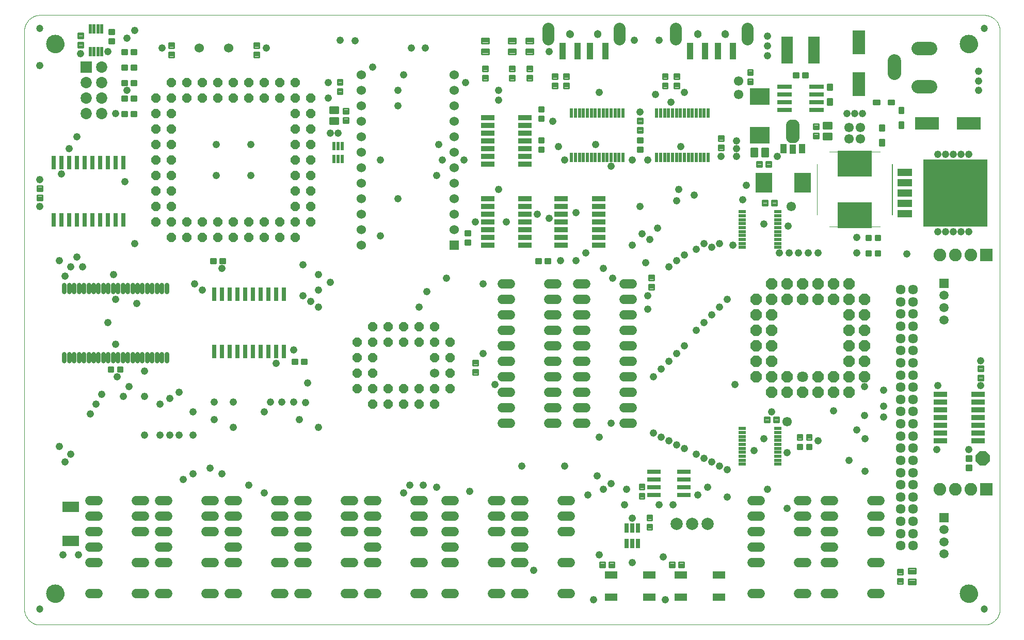
<source format=gts>
G75*
%MOIN*%
%OFA0B0*%
%FSLAX24Y24*%
%IPPOS*%
%LPD*%
%AMOC8*
5,1,8,0,0,1.08239X$1,22.5*
%
%ADD10C,0.0000*%
%ADD11C,0.1182*%
%ADD12OC8,0.0600*%
%ADD13C,0.0297*%
%ADD14C,0.0600*%
%ADD15R,0.0860X0.0300*%
%ADD16R,0.0300X0.0600*%
%ADD17R,0.0600X0.0600*%
%ADD18C,0.0600*%
%ADD19R,0.0470X0.0200*%
%ADD20R,0.0217X0.0630*%
%ADD21C,0.0880*%
%ADD22R,0.0595X0.0595*%
%ADD23C,0.0595*%
%ADD24C,0.0107*%
%ADD25R,0.0789X0.0513*%
%ADD26C,0.0789*%
%ADD27R,0.0880X0.0340*%
%ADD28R,0.1580X0.0830*%
%ADD29R,0.0830X0.1580*%
%ADD30R,0.1080X0.1280*%
%ADD31R,0.1280X0.1080*%
%ADD32R,0.0749X0.1734*%
%ADD33R,0.1080X0.0680*%
%ADD34C,0.0099*%
%ADD35C,0.0472*%
%ADD36C,0.0710*%
%ADD37OC8,0.0710*%
%ADD38R,0.0300X0.0860*%
%ADD39R,0.0395X0.1064*%
%ADD40C,0.0780*%
%ADD41C,0.0513*%
%ADD42C,0.0395*%
%ADD43R,0.0946X0.0316*%
%ADD44R,0.4178X0.4332*%
%ADD45R,0.0930X0.0500*%
%ADD46R,0.0395X0.0631*%
%ADD47C,0.0660*%
%ADD48R,0.0394X0.0630*%
%ADD49C,0.0120*%
%ADD50R,0.0820X0.0820*%
%ADD51C,0.0820*%
%ADD52C,0.0634*%
%ADD53OC8,0.0930*%
%ADD54C,0.0080*%
%ADD55R,0.2245X0.1655*%
%ADD56R,0.0220X0.0540*%
%ADD57R,0.0220X0.0600*%
%ADD58R,0.0730X0.0730*%
%ADD59C,0.0730*%
%ADD60C,0.0476*%
%ADD61C,0.0437*%
%ADD62C,0.0611*%
D10*
X000350Y001350D02*
X000350Y038720D01*
X000352Y038780D01*
X000357Y038841D01*
X000366Y038900D01*
X000379Y038959D01*
X000395Y039018D01*
X000415Y039075D01*
X000438Y039130D01*
X000465Y039185D01*
X000494Y039237D01*
X000527Y039288D01*
X000563Y039337D01*
X000601Y039383D01*
X000643Y039427D01*
X000687Y039469D01*
X000733Y039507D01*
X000782Y039543D01*
X000833Y039576D01*
X000885Y039605D01*
X000940Y039632D01*
X000995Y039655D01*
X001052Y039675D01*
X001111Y039691D01*
X001170Y039704D01*
X001229Y039713D01*
X001290Y039718D01*
X001350Y039720D01*
X062342Y039720D01*
X062402Y039718D01*
X062463Y039713D01*
X062522Y039704D01*
X062581Y039691D01*
X062640Y039675D01*
X062697Y039655D01*
X062752Y039632D01*
X062807Y039605D01*
X062859Y039576D01*
X062910Y039543D01*
X062959Y039507D01*
X063005Y039469D01*
X063049Y039427D01*
X063091Y039383D01*
X063129Y039337D01*
X063165Y039288D01*
X063198Y039237D01*
X063227Y039185D01*
X063254Y039130D01*
X063277Y039075D01*
X063297Y039018D01*
X063313Y038959D01*
X063326Y038900D01*
X063335Y038841D01*
X063340Y038780D01*
X063342Y038720D01*
X063342Y001350D01*
X063340Y001290D01*
X063335Y001229D01*
X063326Y001170D01*
X063313Y001111D01*
X063297Y001052D01*
X063277Y000995D01*
X063254Y000940D01*
X063227Y000885D01*
X063198Y000833D01*
X063165Y000782D01*
X063129Y000733D01*
X063091Y000687D01*
X063049Y000643D01*
X063005Y000601D01*
X062959Y000563D01*
X062910Y000527D01*
X062859Y000494D01*
X062807Y000465D01*
X062752Y000438D01*
X062697Y000415D01*
X062640Y000395D01*
X062581Y000379D01*
X062522Y000366D01*
X062463Y000357D01*
X062402Y000352D01*
X062342Y000350D01*
X001350Y000350D01*
X001290Y000352D01*
X001229Y000357D01*
X001170Y000366D01*
X001111Y000379D01*
X001052Y000395D01*
X000995Y000415D01*
X000940Y000438D01*
X000885Y000465D01*
X000833Y000494D01*
X000782Y000527D01*
X000733Y000563D01*
X000687Y000601D01*
X000643Y000643D01*
X000601Y000687D01*
X000563Y000733D01*
X000527Y000782D01*
X000494Y000833D01*
X000465Y000885D01*
X000438Y000940D01*
X000415Y000995D01*
X000395Y001052D01*
X000379Y001111D01*
X000366Y001170D01*
X000357Y001229D01*
X000352Y001290D01*
X000350Y001350D01*
X001799Y002350D02*
X001801Y002397D01*
X001807Y002443D01*
X001817Y002489D01*
X001830Y002534D01*
X001848Y002577D01*
X001869Y002619D01*
X001893Y002659D01*
X001921Y002696D01*
X001952Y002731D01*
X001986Y002764D01*
X002022Y002793D01*
X002061Y002819D01*
X002102Y002842D01*
X002145Y002861D01*
X002189Y002877D01*
X002234Y002889D01*
X002280Y002897D01*
X002327Y002901D01*
X002373Y002901D01*
X002420Y002897D01*
X002466Y002889D01*
X002511Y002877D01*
X002555Y002861D01*
X002598Y002842D01*
X002639Y002819D01*
X002678Y002793D01*
X002714Y002764D01*
X002748Y002731D01*
X002779Y002696D01*
X002807Y002659D01*
X002831Y002619D01*
X002852Y002577D01*
X002870Y002534D01*
X002883Y002489D01*
X002893Y002443D01*
X002899Y002397D01*
X002901Y002350D01*
X002899Y002303D01*
X002893Y002257D01*
X002883Y002211D01*
X002870Y002166D01*
X002852Y002123D01*
X002831Y002081D01*
X002807Y002041D01*
X002779Y002004D01*
X002748Y001969D01*
X002714Y001936D01*
X002678Y001907D01*
X002639Y001881D01*
X002598Y001858D01*
X002555Y001839D01*
X002511Y001823D01*
X002466Y001811D01*
X002420Y001803D01*
X002373Y001799D01*
X002327Y001799D01*
X002280Y001803D01*
X002234Y001811D01*
X002189Y001823D01*
X002145Y001839D01*
X002102Y001858D01*
X002061Y001881D01*
X002022Y001907D01*
X001986Y001936D01*
X001952Y001969D01*
X001921Y002004D01*
X001893Y002041D01*
X001869Y002081D01*
X001848Y002123D01*
X001830Y002166D01*
X001817Y002211D01*
X001807Y002257D01*
X001801Y002303D01*
X001799Y002350D01*
X001799Y037850D02*
X001801Y037897D01*
X001807Y037943D01*
X001817Y037989D01*
X001830Y038034D01*
X001848Y038077D01*
X001869Y038119D01*
X001893Y038159D01*
X001921Y038196D01*
X001952Y038231D01*
X001986Y038264D01*
X002022Y038293D01*
X002061Y038319D01*
X002102Y038342D01*
X002145Y038361D01*
X002189Y038377D01*
X002234Y038389D01*
X002280Y038397D01*
X002327Y038401D01*
X002373Y038401D01*
X002420Y038397D01*
X002466Y038389D01*
X002511Y038377D01*
X002555Y038361D01*
X002598Y038342D01*
X002639Y038319D01*
X002678Y038293D01*
X002714Y038264D01*
X002748Y038231D01*
X002779Y038196D01*
X002807Y038159D01*
X002831Y038119D01*
X002852Y038077D01*
X002870Y038034D01*
X002883Y037989D01*
X002893Y037943D01*
X002899Y037897D01*
X002901Y037850D01*
X002899Y037803D01*
X002893Y037757D01*
X002883Y037711D01*
X002870Y037666D01*
X002852Y037623D01*
X002831Y037581D01*
X002807Y037541D01*
X002779Y037504D01*
X002748Y037469D01*
X002714Y037436D01*
X002678Y037407D01*
X002639Y037381D01*
X002598Y037358D01*
X002555Y037339D01*
X002511Y037323D01*
X002466Y037311D01*
X002420Y037303D01*
X002373Y037299D01*
X002327Y037299D01*
X002280Y037303D01*
X002234Y037311D01*
X002189Y037323D01*
X002145Y037339D01*
X002102Y037358D01*
X002061Y037381D01*
X002022Y037407D01*
X001986Y037436D01*
X001952Y037469D01*
X001921Y037504D01*
X001893Y037541D01*
X001869Y037581D01*
X001848Y037623D01*
X001830Y037666D01*
X001817Y037711D01*
X001807Y037757D01*
X001801Y037803D01*
X001799Y037850D01*
X034015Y038209D02*
X034017Y038234D01*
X034023Y038258D01*
X034032Y038280D01*
X034045Y038301D01*
X034061Y038320D01*
X034080Y038336D01*
X034101Y038349D01*
X034123Y038358D01*
X034147Y038364D01*
X034172Y038366D01*
X034197Y038364D01*
X034221Y038358D01*
X034243Y038349D01*
X034264Y038336D01*
X034283Y038320D01*
X034299Y038301D01*
X034312Y038280D01*
X034321Y038258D01*
X034327Y038234D01*
X034329Y038209D01*
X034327Y038184D01*
X034321Y038160D01*
X034312Y038138D01*
X034299Y038117D01*
X034283Y038098D01*
X034264Y038082D01*
X034243Y038069D01*
X034221Y038060D01*
X034197Y038054D01*
X034172Y038052D01*
X034147Y038054D01*
X034123Y038060D01*
X034101Y038069D01*
X034080Y038082D01*
X034061Y038098D01*
X034045Y038117D01*
X034032Y038138D01*
X034023Y038160D01*
X034017Y038184D01*
X034015Y038209D01*
X034015Y038367D02*
X034017Y038392D01*
X034023Y038416D01*
X034032Y038438D01*
X034045Y038459D01*
X034061Y038478D01*
X034080Y038494D01*
X034101Y038507D01*
X034123Y038516D01*
X034147Y038522D01*
X034172Y038524D01*
X034197Y038522D01*
X034221Y038516D01*
X034243Y038507D01*
X034264Y038494D01*
X034283Y038478D01*
X034299Y038459D01*
X034312Y038438D01*
X034321Y038416D01*
X034327Y038392D01*
X034329Y038367D01*
X034327Y038342D01*
X034321Y038318D01*
X034312Y038296D01*
X034299Y038275D01*
X034283Y038256D01*
X034264Y038240D01*
X034243Y038227D01*
X034221Y038218D01*
X034197Y038212D01*
X034172Y038210D01*
X034147Y038212D01*
X034123Y038218D01*
X034101Y038227D01*
X034080Y038240D01*
X034061Y038256D01*
X034045Y038275D01*
X034032Y038296D01*
X034023Y038318D01*
X034017Y038342D01*
X034015Y038367D01*
X034015Y038682D02*
X034017Y038707D01*
X034023Y038731D01*
X034032Y038753D01*
X034045Y038774D01*
X034061Y038793D01*
X034080Y038809D01*
X034101Y038822D01*
X034123Y038831D01*
X034147Y038837D01*
X034172Y038839D01*
X034197Y038837D01*
X034221Y038831D01*
X034243Y038822D01*
X034264Y038809D01*
X034283Y038793D01*
X034299Y038774D01*
X034312Y038753D01*
X034321Y038731D01*
X034327Y038707D01*
X034329Y038682D01*
X034327Y038657D01*
X034321Y038633D01*
X034312Y038611D01*
X034299Y038590D01*
X034283Y038571D01*
X034264Y038555D01*
X034243Y038542D01*
X034221Y038533D01*
X034197Y038527D01*
X034172Y038525D01*
X034147Y038527D01*
X034123Y038533D01*
X034101Y038542D01*
X034080Y038555D01*
X034061Y038571D01*
X034045Y038590D01*
X034032Y038611D01*
X034023Y038633D01*
X034017Y038657D01*
X034015Y038682D01*
X034015Y038839D02*
X034017Y038864D01*
X034023Y038888D01*
X034032Y038910D01*
X034045Y038931D01*
X034061Y038950D01*
X034080Y038966D01*
X034101Y038979D01*
X034123Y038988D01*
X034147Y038994D01*
X034172Y038996D01*
X034197Y038994D01*
X034221Y038988D01*
X034243Y038979D01*
X034264Y038966D01*
X034283Y038950D01*
X034299Y038931D01*
X034312Y038910D01*
X034321Y038888D01*
X034327Y038864D01*
X034329Y038839D01*
X034327Y038814D01*
X034321Y038790D01*
X034312Y038768D01*
X034299Y038747D01*
X034283Y038728D01*
X034264Y038712D01*
X034243Y038699D01*
X034221Y038690D01*
X034197Y038684D01*
X034172Y038682D01*
X034147Y038684D01*
X034123Y038690D01*
X034101Y038699D01*
X034080Y038712D01*
X034061Y038728D01*
X034045Y038747D01*
X034032Y038768D01*
X034023Y038790D01*
X034017Y038814D01*
X034015Y038839D01*
X035372Y038497D02*
X035374Y038526D01*
X035380Y038554D01*
X035389Y038582D01*
X035402Y038608D01*
X035419Y038631D01*
X035438Y038653D01*
X035460Y038672D01*
X035485Y038687D01*
X035511Y038700D01*
X035539Y038708D01*
X035567Y038713D01*
X035596Y038714D01*
X035625Y038711D01*
X035653Y038704D01*
X035680Y038694D01*
X035706Y038680D01*
X035729Y038663D01*
X035750Y038643D01*
X035768Y038620D01*
X035783Y038595D01*
X035794Y038568D01*
X035802Y038540D01*
X035806Y038511D01*
X035806Y038483D01*
X035802Y038454D01*
X035794Y038426D01*
X035783Y038399D01*
X035768Y038374D01*
X035750Y038351D01*
X035729Y038331D01*
X035706Y038314D01*
X035680Y038300D01*
X035653Y038290D01*
X035625Y038283D01*
X035596Y038280D01*
X035567Y038281D01*
X035539Y038286D01*
X035511Y038294D01*
X035485Y038307D01*
X035460Y038322D01*
X035438Y038341D01*
X035419Y038363D01*
X035402Y038386D01*
X035389Y038412D01*
X035380Y038440D01*
X035374Y038468D01*
X035372Y038497D01*
X037144Y038497D02*
X037146Y038526D01*
X037152Y038554D01*
X037161Y038582D01*
X037174Y038608D01*
X037191Y038631D01*
X037210Y038653D01*
X037232Y038672D01*
X037257Y038687D01*
X037283Y038700D01*
X037311Y038708D01*
X037339Y038713D01*
X037368Y038714D01*
X037397Y038711D01*
X037425Y038704D01*
X037452Y038694D01*
X037478Y038680D01*
X037501Y038663D01*
X037522Y038643D01*
X037540Y038620D01*
X037555Y038595D01*
X037566Y038568D01*
X037574Y038540D01*
X037578Y038511D01*
X037578Y038483D01*
X037574Y038454D01*
X037566Y038426D01*
X037555Y038399D01*
X037540Y038374D01*
X037522Y038351D01*
X037501Y038331D01*
X037478Y038314D01*
X037452Y038300D01*
X037425Y038290D01*
X037397Y038283D01*
X037368Y038280D01*
X037339Y038281D01*
X037311Y038286D01*
X037283Y038294D01*
X037257Y038307D01*
X037232Y038322D01*
X037210Y038341D01*
X037191Y038363D01*
X037174Y038386D01*
X037161Y038412D01*
X037152Y038440D01*
X037146Y038468D01*
X037144Y038497D01*
X038621Y038367D02*
X038623Y038392D01*
X038629Y038416D01*
X038638Y038438D01*
X038651Y038459D01*
X038667Y038478D01*
X038686Y038494D01*
X038707Y038507D01*
X038729Y038516D01*
X038753Y038522D01*
X038778Y038524D01*
X038803Y038522D01*
X038827Y038516D01*
X038849Y038507D01*
X038870Y038494D01*
X038889Y038478D01*
X038905Y038459D01*
X038918Y038438D01*
X038927Y038416D01*
X038933Y038392D01*
X038935Y038367D01*
X038933Y038342D01*
X038927Y038318D01*
X038918Y038296D01*
X038905Y038275D01*
X038889Y038256D01*
X038870Y038240D01*
X038849Y038227D01*
X038827Y038218D01*
X038803Y038212D01*
X038778Y038210D01*
X038753Y038212D01*
X038729Y038218D01*
X038707Y038227D01*
X038686Y038240D01*
X038667Y038256D01*
X038651Y038275D01*
X038638Y038296D01*
X038629Y038318D01*
X038623Y038342D01*
X038621Y038367D01*
X038621Y038209D02*
X038623Y038234D01*
X038629Y038258D01*
X038638Y038280D01*
X038651Y038301D01*
X038667Y038320D01*
X038686Y038336D01*
X038707Y038349D01*
X038729Y038358D01*
X038753Y038364D01*
X038778Y038366D01*
X038803Y038364D01*
X038827Y038358D01*
X038849Y038349D01*
X038870Y038336D01*
X038889Y038320D01*
X038905Y038301D01*
X038918Y038280D01*
X038927Y038258D01*
X038933Y038234D01*
X038935Y038209D01*
X038933Y038184D01*
X038927Y038160D01*
X038918Y038138D01*
X038905Y038117D01*
X038889Y038098D01*
X038870Y038082D01*
X038849Y038069D01*
X038827Y038060D01*
X038803Y038054D01*
X038778Y038052D01*
X038753Y038054D01*
X038729Y038060D01*
X038707Y038069D01*
X038686Y038082D01*
X038667Y038098D01*
X038651Y038117D01*
X038638Y038138D01*
X038629Y038160D01*
X038623Y038184D01*
X038621Y038209D01*
X038621Y038682D02*
X038623Y038707D01*
X038629Y038731D01*
X038638Y038753D01*
X038651Y038774D01*
X038667Y038793D01*
X038686Y038809D01*
X038707Y038822D01*
X038729Y038831D01*
X038753Y038837D01*
X038778Y038839D01*
X038803Y038837D01*
X038827Y038831D01*
X038849Y038822D01*
X038870Y038809D01*
X038889Y038793D01*
X038905Y038774D01*
X038918Y038753D01*
X038927Y038731D01*
X038933Y038707D01*
X038935Y038682D01*
X038933Y038657D01*
X038927Y038633D01*
X038918Y038611D01*
X038905Y038590D01*
X038889Y038571D01*
X038870Y038555D01*
X038849Y038542D01*
X038827Y038533D01*
X038803Y038527D01*
X038778Y038525D01*
X038753Y038527D01*
X038729Y038533D01*
X038707Y038542D01*
X038686Y038555D01*
X038667Y038571D01*
X038651Y038590D01*
X038638Y038611D01*
X038629Y038633D01*
X038623Y038657D01*
X038621Y038682D01*
X038621Y038839D02*
X038623Y038864D01*
X038629Y038888D01*
X038638Y038910D01*
X038651Y038931D01*
X038667Y038950D01*
X038686Y038966D01*
X038707Y038979D01*
X038729Y038988D01*
X038753Y038994D01*
X038778Y038996D01*
X038803Y038994D01*
X038827Y038988D01*
X038849Y038979D01*
X038870Y038966D01*
X038889Y038950D01*
X038905Y038931D01*
X038918Y038910D01*
X038927Y038888D01*
X038933Y038864D01*
X038935Y038839D01*
X038933Y038814D01*
X038927Y038790D01*
X038918Y038768D01*
X038905Y038747D01*
X038889Y038728D01*
X038870Y038712D01*
X038849Y038699D01*
X038827Y038690D01*
X038803Y038684D01*
X038778Y038682D01*
X038753Y038684D01*
X038729Y038690D01*
X038707Y038699D01*
X038686Y038712D01*
X038667Y038728D01*
X038651Y038747D01*
X038638Y038768D01*
X038629Y038790D01*
X038623Y038814D01*
X038621Y038839D01*
X042265Y038839D02*
X042267Y038864D01*
X042273Y038888D01*
X042282Y038910D01*
X042295Y038931D01*
X042311Y038950D01*
X042330Y038966D01*
X042351Y038979D01*
X042373Y038988D01*
X042397Y038994D01*
X042422Y038996D01*
X042447Y038994D01*
X042471Y038988D01*
X042493Y038979D01*
X042514Y038966D01*
X042533Y038950D01*
X042549Y038931D01*
X042562Y038910D01*
X042571Y038888D01*
X042577Y038864D01*
X042579Y038839D01*
X042577Y038814D01*
X042571Y038790D01*
X042562Y038768D01*
X042549Y038747D01*
X042533Y038728D01*
X042514Y038712D01*
X042493Y038699D01*
X042471Y038690D01*
X042447Y038684D01*
X042422Y038682D01*
X042397Y038684D01*
X042373Y038690D01*
X042351Y038699D01*
X042330Y038712D01*
X042311Y038728D01*
X042295Y038747D01*
X042282Y038768D01*
X042273Y038790D01*
X042267Y038814D01*
X042265Y038839D01*
X042265Y038682D02*
X042267Y038707D01*
X042273Y038731D01*
X042282Y038753D01*
X042295Y038774D01*
X042311Y038793D01*
X042330Y038809D01*
X042351Y038822D01*
X042373Y038831D01*
X042397Y038837D01*
X042422Y038839D01*
X042447Y038837D01*
X042471Y038831D01*
X042493Y038822D01*
X042514Y038809D01*
X042533Y038793D01*
X042549Y038774D01*
X042562Y038753D01*
X042571Y038731D01*
X042577Y038707D01*
X042579Y038682D01*
X042577Y038657D01*
X042571Y038633D01*
X042562Y038611D01*
X042549Y038590D01*
X042533Y038571D01*
X042514Y038555D01*
X042493Y038542D01*
X042471Y038533D01*
X042447Y038527D01*
X042422Y038525D01*
X042397Y038527D01*
X042373Y038533D01*
X042351Y038542D01*
X042330Y038555D01*
X042311Y038571D01*
X042295Y038590D01*
X042282Y038611D01*
X042273Y038633D01*
X042267Y038657D01*
X042265Y038682D01*
X042265Y038367D02*
X042267Y038392D01*
X042273Y038416D01*
X042282Y038438D01*
X042295Y038459D01*
X042311Y038478D01*
X042330Y038494D01*
X042351Y038507D01*
X042373Y038516D01*
X042397Y038522D01*
X042422Y038524D01*
X042447Y038522D01*
X042471Y038516D01*
X042493Y038507D01*
X042514Y038494D01*
X042533Y038478D01*
X042549Y038459D01*
X042562Y038438D01*
X042571Y038416D01*
X042577Y038392D01*
X042579Y038367D01*
X042577Y038342D01*
X042571Y038318D01*
X042562Y038296D01*
X042549Y038275D01*
X042533Y038256D01*
X042514Y038240D01*
X042493Y038227D01*
X042471Y038218D01*
X042447Y038212D01*
X042422Y038210D01*
X042397Y038212D01*
X042373Y038218D01*
X042351Y038227D01*
X042330Y038240D01*
X042311Y038256D01*
X042295Y038275D01*
X042282Y038296D01*
X042273Y038318D01*
X042267Y038342D01*
X042265Y038367D01*
X042265Y038209D02*
X042267Y038234D01*
X042273Y038258D01*
X042282Y038280D01*
X042295Y038301D01*
X042311Y038320D01*
X042330Y038336D01*
X042351Y038349D01*
X042373Y038358D01*
X042397Y038364D01*
X042422Y038366D01*
X042447Y038364D01*
X042471Y038358D01*
X042493Y038349D01*
X042514Y038336D01*
X042533Y038320D01*
X042549Y038301D01*
X042562Y038280D01*
X042571Y038258D01*
X042577Y038234D01*
X042579Y038209D01*
X042577Y038184D01*
X042571Y038160D01*
X042562Y038138D01*
X042549Y038117D01*
X042533Y038098D01*
X042514Y038082D01*
X042493Y038069D01*
X042471Y038060D01*
X042447Y038054D01*
X042422Y038052D01*
X042397Y038054D01*
X042373Y038060D01*
X042351Y038069D01*
X042330Y038082D01*
X042311Y038098D01*
X042295Y038117D01*
X042282Y038138D01*
X042273Y038160D01*
X042267Y038184D01*
X042265Y038209D01*
X043622Y038497D02*
X043624Y038526D01*
X043630Y038554D01*
X043639Y038582D01*
X043652Y038608D01*
X043669Y038631D01*
X043688Y038653D01*
X043710Y038672D01*
X043735Y038687D01*
X043761Y038700D01*
X043789Y038708D01*
X043817Y038713D01*
X043846Y038714D01*
X043875Y038711D01*
X043903Y038704D01*
X043930Y038694D01*
X043956Y038680D01*
X043979Y038663D01*
X044000Y038643D01*
X044018Y038620D01*
X044033Y038595D01*
X044044Y038568D01*
X044052Y038540D01*
X044056Y038511D01*
X044056Y038483D01*
X044052Y038454D01*
X044044Y038426D01*
X044033Y038399D01*
X044018Y038374D01*
X044000Y038351D01*
X043979Y038331D01*
X043956Y038314D01*
X043930Y038300D01*
X043903Y038290D01*
X043875Y038283D01*
X043846Y038280D01*
X043817Y038281D01*
X043789Y038286D01*
X043761Y038294D01*
X043735Y038307D01*
X043710Y038322D01*
X043688Y038341D01*
X043669Y038363D01*
X043652Y038386D01*
X043639Y038412D01*
X043630Y038440D01*
X043624Y038468D01*
X043622Y038497D01*
X045394Y038497D02*
X045396Y038526D01*
X045402Y038554D01*
X045411Y038582D01*
X045424Y038608D01*
X045441Y038631D01*
X045460Y038653D01*
X045482Y038672D01*
X045507Y038687D01*
X045533Y038700D01*
X045561Y038708D01*
X045589Y038713D01*
X045618Y038714D01*
X045647Y038711D01*
X045675Y038704D01*
X045702Y038694D01*
X045728Y038680D01*
X045751Y038663D01*
X045772Y038643D01*
X045790Y038620D01*
X045805Y038595D01*
X045816Y038568D01*
X045824Y038540D01*
X045828Y038511D01*
X045828Y038483D01*
X045824Y038454D01*
X045816Y038426D01*
X045805Y038399D01*
X045790Y038374D01*
X045772Y038351D01*
X045751Y038331D01*
X045728Y038314D01*
X045702Y038300D01*
X045675Y038290D01*
X045647Y038283D01*
X045618Y038280D01*
X045589Y038281D01*
X045561Y038286D01*
X045533Y038294D01*
X045507Y038307D01*
X045482Y038322D01*
X045460Y038341D01*
X045441Y038363D01*
X045424Y038386D01*
X045411Y038412D01*
X045402Y038440D01*
X045396Y038468D01*
X045394Y038497D01*
X046871Y038367D02*
X046873Y038392D01*
X046879Y038416D01*
X046888Y038438D01*
X046901Y038459D01*
X046917Y038478D01*
X046936Y038494D01*
X046957Y038507D01*
X046979Y038516D01*
X047003Y038522D01*
X047028Y038524D01*
X047053Y038522D01*
X047077Y038516D01*
X047099Y038507D01*
X047120Y038494D01*
X047139Y038478D01*
X047155Y038459D01*
X047168Y038438D01*
X047177Y038416D01*
X047183Y038392D01*
X047185Y038367D01*
X047183Y038342D01*
X047177Y038318D01*
X047168Y038296D01*
X047155Y038275D01*
X047139Y038256D01*
X047120Y038240D01*
X047099Y038227D01*
X047077Y038218D01*
X047053Y038212D01*
X047028Y038210D01*
X047003Y038212D01*
X046979Y038218D01*
X046957Y038227D01*
X046936Y038240D01*
X046917Y038256D01*
X046901Y038275D01*
X046888Y038296D01*
X046879Y038318D01*
X046873Y038342D01*
X046871Y038367D01*
X046871Y038209D02*
X046873Y038234D01*
X046879Y038258D01*
X046888Y038280D01*
X046901Y038301D01*
X046917Y038320D01*
X046936Y038336D01*
X046957Y038349D01*
X046979Y038358D01*
X047003Y038364D01*
X047028Y038366D01*
X047053Y038364D01*
X047077Y038358D01*
X047099Y038349D01*
X047120Y038336D01*
X047139Y038320D01*
X047155Y038301D01*
X047168Y038280D01*
X047177Y038258D01*
X047183Y038234D01*
X047185Y038209D01*
X047183Y038184D01*
X047177Y038160D01*
X047168Y038138D01*
X047155Y038117D01*
X047139Y038098D01*
X047120Y038082D01*
X047099Y038069D01*
X047077Y038060D01*
X047053Y038054D01*
X047028Y038052D01*
X047003Y038054D01*
X046979Y038060D01*
X046957Y038069D01*
X046936Y038082D01*
X046917Y038098D01*
X046901Y038117D01*
X046888Y038138D01*
X046879Y038160D01*
X046873Y038184D01*
X046871Y038209D01*
X046871Y038682D02*
X046873Y038707D01*
X046879Y038731D01*
X046888Y038753D01*
X046901Y038774D01*
X046917Y038793D01*
X046936Y038809D01*
X046957Y038822D01*
X046979Y038831D01*
X047003Y038837D01*
X047028Y038839D01*
X047053Y038837D01*
X047077Y038831D01*
X047099Y038822D01*
X047120Y038809D01*
X047139Y038793D01*
X047155Y038774D01*
X047168Y038753D01*
X047177Y038731D01*
X047183Y038707D01*
X047185Y038682D01*
X047183Y038657D01*
X047177Y038633D01*
X047168Y038611D01*
X047155Y038590D01*
X047139Y038571D01*
X047120Y038555D01*
X047099Y038542D01*
X047077Y038533D01*
X047053Y038527D01*
X047028Y038525D01*
X047003Y038527D01*
X046979Y038533D01*
X046957Y038542D01*
X046936Y038555D01*
X046917Y038571D01*
X046901Y038590D01*
X046888Y038611D01*
X046879Y038633D01*
X046873Y038657D01*
X046871Y038682D01*
X046871Y038839D02*
X046873Y038864D01*
X046879Y038888D01*
X046888Y038910D01*
X046901Y038931D01*
X046917Y038950D01*
X046936Y038966D01*
X046957Y038979D01*
X046979Y038988D01*
X047003Y038994D01*
X047028Y038996D01*
X047053Y038994D01*
X047077Y038988D01*
X047099Y038979D01*
X047120Y038966D01*
X047139Y038950D01*
X047155Y038931D01*
X047168Y038910D01*
X047177Y038888D01*
X047183Y038864D01*
X047185Y038839D01*
X047183Y038814D01*
X047177Y038790D01*
X047168Y038768D01*
X047155Y038747D01*
X047139Y038728D01*
X047120Y038712D01*
X047099Y038699D01*
X047077Y038690D01*
X047053Y038684D01*
X047028Y038682D01*
X047003Y038684D01*
X046979Y038690D01*
X046957Y038699D01*
X046936Y038712D01*
X046917Y038728D01*
X046901Y038747D01*
X046888Y038768D01*
X046879Y038790D01*
X046873Y038814D01*
X046871Y038839D01*
X052341Y030896D02*
X055609Y030896D01*
X051554Y030109D02*
X051554Y026841D01*
X052341Y026054D02*
X055609Y026054D01*
X060799Y037850D02*
X060801Y037897D01*
X060807Y037943D01*
X060817Y037989D01*
X060830Y038034D01*
X060848Y038077D01*
X060869Y038119D01*
X060893Y038159D01*
X060921Y038196D01*
X060952Y038231D01*
X060986Y038264D01*
X061022Y038293D01*
X061061Y038319D01*
X061102Y038342D01*
X061145Y038361D01*
X061189Y038377D01*
X061234Y038389D01*
X061280Y038397D01*
X061327Y038401D01*
X061373Y038401D01*
X061420Y038397D01*
X061466Y038389D01*
X061511Y038377D01*
X061555Y038361D01*
X061598Y038342D01*
X061639Y038319D01*
X061678Y038293D01*
X061714Y038264D01*
X061748Y038231D01*
X061779Y038196D01*
X061807Y038159D01*
X061831Y038119D01*
X061852Y038077D01*
X061870Y038034D01*
X061883Y037989D01*
X061893Y037943D01*
X061899Y037897D01*
X061901Y037850D01*
X061899Y037803D01*
X061893Y037757D01*
X061883Y037711D01*
X061870Y037666D01*
X061852Y037623D01*
X061831Y037581D01*
X061807Y037541D01*
X061779Y037504D01*
X061748Y037469D01*
X061714Y037436D01*
X061678Y037407D01*
X061639Y037381D01*
X061598Y037358D01*
X061555Y037339D01*
X061511Y037323D01*
X061466Y037311D01*
X061420Y037303D01*
X061373Y037299D01*
X061327Y037299D01*
X061280Y037303D01*
X061234Y037311D01*
X061189Y037323D01*
X061145Y037339D01*
X061102Y037358D01*
X061061Y037381D01*
X061022Y037407D01*
X060986Y037436D01*
X060952Y037469D01*
X060921Y037504D01*
X060893Y037541D01*
X060869Y037581D01*
X060848Y037623D01*
X060830Y037666D01*
X060817Y037711D01*
X060807Y037757D01*
X060801Y037803D01*
X060799Y037850D01*
X060799Y002350D02*
X060801Y002397D01*
X060807Y002443D01*
X060817Y002489D01*
X060830Y002534D01*
X060848Y002577D01*
X060869Y002619D01*
X060893Y002659D01*
X060921Y002696D01*
X060952Y002731D01*
X060986Y002764D01*
X061022Y002793D01*
X061061Y002819D01*
X061102Y002842D01*
X061145Y002861D01*
X061189Y002877D01*
X061234Y002889D01*
X061280Y002897D01*
X061327Y002901D01*
X061373Y002901D01*
X061420Y002897D01*
X061466Y002889D01*
X061511Y002877D01*
X061555Y002861D01*
X061598Y002842D01*
X061639Y002819D01*
X061678Y002793D01*
X061714Y002764D01*
X061748Y002731D01*
X061779Y002696D01*
X061807Y002659D01*
X061831Y002619D01*
X061852Y002577D01*
X061870Y002534D01*
X061883Y002489D01*
X061893Y002443D01*
X061899Y002397D01*
X061901Y002350D01*
X061899Y002303D01*
X061893Y002257D01*
X061883Y002211D01*
X061870Y002166D01*
X061852Y002123D01*
X061831Y002081D01*
X061807Y002041D01*
X061779Y002004D01*
X061748Y001969D01*
X061714Y001936D01*
X061678Y001907D01*
X061639Y001881D01*
X061598Y001858D01*
X061555Y001839D01*
X061511Y001823D01*
X061466Y001811D01*
X061420Y001803D01*
X061373Y001799D01*
X061327Y001799D01*
X061280Y001803D01*
X061234Y001811D01*
X061189Y001823D01*
X061145Y001839D01*
X061102Y001858D01*
X061061Y001881D01*
X061022Y001907D01*
X060986Y001936D01*
X060952Y001969D01*
X060921Y002004D01*
X060893Y002041D01*
X060869Y002081D01*
X060848Y002123D01*
X060830Y002166D01*
X060817Y002211D01*
X060807Y002257D01*
X060801Y002303D01*
X060799Y002350D01*
D11*
X061350Y002350D03*
X061350Y037850D03*
X002350Y037850D03*
X002350Y002350D03*
D12*
X021850Y015600D03*
X022850Y015600D03*
X022850Y014600D03*
X023850Y014600D03*
X023850Y015600D03*
X024850Y015600D03*
X025850Y015600D03*
X025850Y014600D03*
X024850Y014600D03*
X026850Y014600D03*
X026850Y015600D03*
X027850Y015600D03*
X027850Y016600D03*
X027850Y017600D03*
X026850Y017600D03*
X026850Y018600D03*
X027850Y018600D03*
X026850Y019600D03*
X025850Y019600D03*
X024850Y019600D03*
X024850Y018600D03*
X025850Y018600D03*
X023850Y018600D03*
X023850Y019600D03*
X022850Y019600D03*
X022850Y018600D03*
X021850Y018600D03*
X021850Y017600D03*
X022850Y017600D03*
X022850Y016600D03*
X021850Y016600D03*
X017850Y025350D03*
X017850Y026350D03*
X018850Y026350D03*
X018850Y027350D03*
X017850Y027350D03*
X016850Y026350D03*
X016850Y025350D03*
X015850Y025350D03*
X014850Y025350D03*
X014850Y026350D03*
X015850Y026350D03*
X013850Y026350D03*
X012850Y026350D03*
X012850Y025350D03*
X013850Y025350D03*
X011850Y025350D03*
X010850Y025350D03*
X010850Y026350D03*
X011850Y026350D03*
X009850Y026350D03*
X009850Y025350D03*
X008850Y026350D03*
X008850Y027350D03*
X009850Y027350D03*
X009850Y028350D03*
X009850Y029350D03*
X009850Y030350D03*
X009850Y031350D03*
X009850Y032350D03*
X008850Y032350D03*
X008850Y031350D03*
X008850Y030350D03*
X008850Y029350D03*
X008850Y028350D03*
X008850Y033350D03*
X008850Y034350D03*
X009850Y034350D03*
X009850Y033350D03*
X010850Y034350D03*
X011850Y034350D03*
X011850Y035350D03*
X010850Y035350D03*
X009850Y035350D03*
X012850Y035350D03*
X013850Y035350D03*
X013850Y034350D03*
X012850Y034350D03*
X014850Y034350D03*
X015850Y034350D03*
X015850Y035350D03*
X014850Y035350D03*
X016850Y035350D03*
X016850Y034350D03*
X017850Y034350D03*
X018850Y034350D03*
X018850Y033350D03*
X017850Y033350D03*
X017850Y032350D03*
X018850Y032350D03*
X018850Y031350D03*
X017850Y031350D03*
X017850Y030350D03*
X018850Y030350D03*
X018850Y029350D03*
X017850Y029350D03*
X017850Y028350D03*
X018850Y028350D03*
X017850Y035350D03*
D13*
X009532Y022293D02*
X009532Y022293D01*
X009532Y021879D01*
X009532Y021879D01*
X009532Y022293D01*
X009532Y022175D02*
X009532Y022175D01*
X009217Y022293D02*
X009217Y022293D01*
X009217Y021879D01*
X009217Y021879D01*
X009217Y022293D01*
X009217Y022175D02*
X009217Y022175D01*
X008902Y022293D02*
X008902Y022293D01*
X008902Y021879D01*
X008902Y021879D01*
X008902Y022293D01*
X008902Y022175D02*
X008902Y022175D01*
X008587Y022293D02*
X008587Y022293D01*
X008587Y021879D01*
X008587Y021879D01*
X008587Y022293D01*
X008587Y022175D02*
X008587Y022175D01*
X008272Y022293D02*
X008272Y022293D01*
X008272Y021879D01*
X008272Y021879D01*
X008272Y022293D01*
X008272Y022175D02*
X008272Y022175D01*
X007957Y022293D02*
X007957Y022293D01*
X007957Y021879D01*
X007957Y021879D01*
X007957Y022293D01*
X007957Y022175D02*
X007957Y022175D01*
X007642Y022293D02*
X007642Y022293D01*
X007642Y021879D01*
X007642Y021879D01*
X007642Y022293D01*
X007642Y022175D02*
X007642Y022175D01*
X007327Y022293D02*
X007327Y022293D01*
X007327Y021879D01*
X007327Y021879D01*
X007327Y022293D01*
X007327Y022175D02*
X007327Y022175D01*
X007012Y022293D02*
X007012Y022293D01*
X007012Y021879D01*
X007012Y021879D01*
X007012Y022293D01*
X007012Y022175D02*
X007012Y022175D01*
X006697Y022293D02*
X006697Y022293D01*
X006697Y021879D01*
X006697Y021879D01*
X006697Y022293D01*
X006697Y022175D02*
X006697Y022175D01*
X006382Y022293D02*
X006382Y022293D01*
X006382Y021879D01*
X006382Y021879D01*
X006382Y022293D01*
X006382Y022175D02*
X006382Y022175D01*
X006068Y022293D02*
X006068Y022293D01*
X006068Y021879D01*
X006068Y021879D01*
X006068Y022293D01*
X006068Y022175D02*
X006068Y022175D01*
X005753Y022293D02*
X005753Y022293D01*
X005753Y021879D01*
X005753Y021879D01*
X005753Y022293D01*
X005753Y022175D02*
X005753Y022175D01*
X005438Y022293D02*
X005438Y022293D01*
X005438Y021879D01*
X005438Y021879D01*
X005438Y022293D01*
X005438Y022175D02*
X005438Y022175D01*
X005123Y022293D02*
X005123Y022293D01*
X005123Y021879D01*
X005123Y021879D01*
X005123Y022293D01*
X005123Y022175D02*
X005123Y022175D01*
X004808Y022293D02*
X004808Y022293D01*
X004808Y021879D01*
X004808Y021879D01*
X004808Y022293D01*
X004808Y022175D02*
X004808Y022175D01*
X004493Y022293D02*
X004493Y022293D01*
X004493Y021879D01*
X004493Y021879D01*
X004493Y022293D01*
X004493Y022175D02*
X004493Y022175D01*
X004178Y022293D02*
X004178Y022293D01*
X004178Y021879D01*
X004178Y021879D01*
X004178Y022293D01*
X004178Y022175D02*
X004178Y022175D01*
X003863Y022293D02*
X003863Y022293D01*
X003863Y021879D01*
X003863Y021879D01*
X003863Y022293D01*
X003863Y022175D02*
X003863Y022175D01*
X003548Y022293D02*
X003548Y022293D01*
X003548Y021879D01*
X003548Y021879D01*
X003548Y022293D01*
X003548Y022175D02*
X003548Y022175D01*
X003233Y022293D02*
X003233Y022293D01*
X003233Y021879D01*
X003233Y021879D01*
X003233Y022293D01*
X003233Y022175D02*
X003233Y022175D01*
X002918Y022293D02*
X002918Y022293D01*
X002918Y021879D01*
X002918Y021879D01*
X002918Y022293D01*
X002918Y022175D02*
X002918Y022175D01*
X002918Y017407D02*
X002918Y017407D01*
X002918Y017821D01*
X002918Y017821D01*
X002918Y017407D01*
X002918Y017703D02*
X002918Y017703D01*
X003233Y017407D02*
X003233Y017407D01*
X003233Y017821D01*
X003233Y017821D01*
X003233Y017407D01*
X003233Y017703D02*
X003233Y017703D01*
X003548Y017407D02*
X003548Y017407D01*
X003548Y017821D01*
X003548Y017821D01*
X003548Y017407D01*
X003548Y017703D02*
X003548Y017703D01*
X003863Y017407D02*
X003863Y017407D01*
X003863Y017821D01*
X003863Y017821D01*
X003863Y017407D01*
X003863Y017703D02*
X003863Y017703D01*
X004178Y017407D02*
X004178Y017407D01*
X004178Y017821D01*
X004178Y017821D01*
X004178Y017407D01*
X004178Y017703D02*
X004178Y017703D01*
X004493Y017407D02*
X004493Y017407D01*
X004493Y017821D01*
X004493Y017821D01*
X004493Y017407D01*
X004493Y017703D02*
X004493Y017703D01*
X004808Y017407D02*
X004808Y017407D01*
X004808Y017821D01*
X004808Y017821D01*
X004808Y017407D01*
X004808Y017703D02*
X004808Y017703D01*
X005123Y017407D02*
X005123Y017407D01*
X005123Y017821D01*
X005123Y017821D01*
X005123Y017407D01*
X005123Y017703D02*
X005123Y017703D01*
X005438Y017407D02*
X005438Y017407D01*
X005438Y017821D01*
X005438Y017821D01*
X005438Y017407D01*
X005438Y017703D02*
X005438Y017703D01*
X005753Y017407D02*
X005753Y017407D01*
X005753Y017821D01*
X005753Y017821D01*
X005753Y017407D01*
X005753Y017703D02*
X005753Y017703D01*
X006068Y017407D02*
X006068Y017407D01*
X006068Y017821D01*
X006068Y017821D01*
X006068Y017407D01*
X006068Y017703D02*
X006068Y017703D01*
X006382Y017407D02*
X006382Y017407D01*
X006382Y017821D01*
X006382Y017821D01*
X006382Y017407D01*
X006382Y017703D02*
X006382Y017703D01*
X006697Y017407D02*
X006697Y017407D01*
X006697Y017821D01*
X006697Y017821D01*
X006697Y017407D01*
X006697Y017703D02*
X006697Y017703D01*
X007012Y017407D02*
X007012Y017407D01*
X007012Y017821D01*
X007012Y017821D01*
X007012Y017407D01*
X007012Y017703D02*
X007012Y017703D01*
X007327Y017407D02*
X007327Y017407D01*
X007327Y017821D01*
X007327Y017821D01*
X007327Y017407D01*
X007327Y017703D02*
X007327Y017703D01*
X007642Y017407D02*
X007642Y017407D01*
X007642Y017821D01*
X007642Y017821D01*
X007642Y017407D01*
X007642Y017703D02*
X007642Y017703D01*
X007957Y017407D02*
X007957Y017407D01*
X007957Y017821D01*
X007957Y017821D01*
X007957Y017407D01*
X007957Y017703D02*
X007957Y017703D01*
X008272Y017407D02*
X008272Y017407D01*
X008272Y017821D01*
X008272Y017821D01*
X008272Y017407D01*
X008272Y017703D02*
X008272Y017703D01*
X008587Y017407D02*
X008587Y017407D01*
X008587Y017821D01*
X008587Y017821D01*
X008587Y017407D01*
X008587Y017703D02*
X008587Y017703D01*
X008902Y017407D02*
X008902Y017407D01*
X008902Y017821D01*
X008902Y017821D01*
X008902Y017407D01*
X008902Y017703D02*
X008902Y017703D01*
X009217Y017407D02*
X009217Y017407D01*
X009217Y017821D01*
X009217Y017821D01*
X009217Y017407D01*
X009217Y017703D02*
X009217Y017703D01*
X009532Y017407D02*
X009532Y017407D01*
X009532Y017821D01*
X009532Y017821D01*
X009532Y017407D01*
X009532Y017703D02*
X009532Y017703D01*
D14*
X009610Y008350D02*
X009090Y008350D01*
X008110Y008350D02*
X007590Y008350D01*
X007590Y007350D02*
X008110Y007350D01*
X009090Y007350D02*
X009610Y007350D01*
X009610Y006350D02*
X009090Y006350D01*
X008110Y006350D02*
X007590Y006350D01*
X009090Y005350D02*
X009610Y005350D01*
X009610Y004350D02*
X009090Y004350D01*
X008110Y004350D02*
X007590Y004350D01*
X005110Y004350D02*
X004590Y004350D01*
X004590Y005350D02*
X005110Y005350D01*
X005110Y006350D02*
X004590Y006350D01*
X004590Y007350D02*
X005110Y007350D01*
X005110Y008350D02*
X004590Y008350D01*
X012090Y008350D02*
X012610Y008350D01*
X013590Y008350D02*
X014110Y008350D01*
X014110Y007350D02*
X013590Y007350D01*
X012610Y007350D02*
X012090Y007350D01*
X012090Y006350D02*
X012610Y006350D01*
X013590Y006350D02*
X014110Y006350D01*
X014110Y005350D02*
X013590Y005350D01*
X013590Y004350D02*
X014110Y004350D01*
X012610Y004350D02*
X012090Y004350D01*
X012090Y002350D02*
X012610Y002350D01*
X013590Y002350D02*
X014110Y002350D01*
X016590Y002350D02*
X017110Y002350D01*
X018090Y002350D02*
X018610Y002350D01*
X018610Y004350D02*
X018090Y004350D01*
X017110Y004350D02*
X016590Y004350D01*
X018090Y005350D02*
X018610Y005350D01*
X018610Y006350D02*
X018090Y006350D01*
X017110Y006350D02*
X016590Y006350D01*
X016590Y007350D02*
X017110Y007350D01*
X018090Y007350D02*
X018610Y007350D01*
X018610Y008350D02*
X018090Y008350D01*
X017110Y008350D02*
X016590Y008350D01*
X021090Y008350D02*
X021610Y008350D01*
X022590Y008350D02*
X023110Y008350D01*
X023110Y007350D02*
X022590Y007350D01*
X021610Y007350D02*
X021090Y007350D01*
X021090Y006350D02*
X021610Y006350D01*
X022590Y006350D02*
X023110Y006350D01*
X023110Y005350D02*
X022590Y005350D01*
X022590Y004350D02*
X023110Y004350D01*
X021610Y004350D02*
X021090Y004350D01*
X021090Y002350D02*
X021610Y002350D01*
X022590Y002350D02*
X023110Y002350D01*
X025590Y002350D02*
X026110Y002350D01*
X027590Y002350D02*
X028110Y002350D01*
X028110Y004350D02*
X027590Y004350D01*
X027590Y005350D02*
X028110Y005350D01*
X028110Y006350D02*
X027590Y006350D01*
X027590Y007350D02*
X028110Y007350D01*
X028110Y008350D02*
X027590Y008350D01*
X026110Y008350D02*
X025590Y008350D01*
X025590Y007350D02*
X026110Y007350D01*
X026110Y006350D02*
X025590Y006350D01*
X025590Y004350D02*
X026110Y004350D01*
X030590Y004350D02*
X031110Y004350D01*
X032090Y004350D02*
X032610Y004350D01*
X032610Y005350D02*
X032090Y005350D01*
X032090Y006350D02*
X032610Y006350D01*
X032610Y007350D02*
X032090Y007350D01*
X031110Y007350D02*
X030590Y007350D01*
X030590Y008350D02*
X031110Y008350D01*
X032090Y008350D02*
X032610Y008350D01*
X035090Y008350D02*
X035610Y008350D01*
X035610Y007350D02*
X035090Y007350D01*
X035090Y006350D02*
X035610Y006350D01*
X035610Y004350D02*
X035090Y004350D01*
X035090Y002350D02*
X035610Y002350D01*
X032610Y002350D02*
X032090Y002350D01*
X031110Y002350D02*
X030590Y002350D01*
X030590Y006350D02*
X031110Y006350D01*
X031215Y013350D02*
X031735Y013350D01*
X031735Y014350D02*
X031215Y014350D01*
X031215Y015350D02*
X031735Y015350D01*
X031735Y016350D02*
X031215Y016350D01*
X031215Y017350D02*
X031735Y017350D01*
X031735Y018350D02*
X031215Y018350D01*
X031215Y019350D02*
X031735Y019350D01*
X031735Y020350D02*
X031215Y020350D01*
X031215Y021350D02*
X031735Y021350D01*
X031735Y022350D02*
X031215Y022350D01*
X034215Y022350D02*
X034735Y022350D01*
X036090Y022350D02*
X036610Y022350D01*
X036610Y021350D02*
X036090Y021350D01*
X036090Y020350D02*
X036610Y020350D01*
X036610Y019350D02*
X036090Y019350D01*
X036090Y018350D02*
X036610Y018350D01*
X036610Y017350D02*
X036090Y017350D01*
X034735Y017350D02*
X034215Y017350D01*
X034215Y018350D02*
X034735Y018350D01*
X034735Y019350D02*
X034215Y019350D01*
X034215Y020350D02*
X034735Y020350D01*
X034735Y021350D02*
X034215Y021350D01*
X039090Y021350D02*
X039610Y021350D01*
X039610Y020350D02*
X039090Y020350D01*
X039090Y019350D02*
X039610Y019350D01*
X039610Y018350D02*
X039090Y018350D01*
X039090Y017350D02*
X039610Y017350D01*
X039610Y016350D02*
X039090Y016350D01*
X039090Y015350D02*
X039610Y015350D01*
X039610Y014350D02*
X039090Y014350D01*
X039090Y013350D02*
X039610Y013350D01*
X036610Y013350D02*
X036090Y013350D01*
X036090Y014350D02*
X036610Y014350D01*
X036610Y015350D02*
X036090Y015350D01*
X036090Y016350D02*
X036610Y016350D01*
X034735Y016350D02*
X034215Y016350D01*
X034215Y015350D02*
X034735Y015350D01*
X034735Y014350D02*
X034215Y014350D01*
X034215Y013350D02*
X034735Y013350D01*
X039090Y022350D02*
X039610Y022350D01*
X047340Y008350D02*
X047860Y008350D01*
X047860Y007350D02*
X047340Y007350D01*
X047340Y006350D02*
X047860Y006350D01*
X047860Y005350D02*
X047340Y005350D01*
X047340Y004350D02*
X047860Y004350D01*
X047860Y002350D02*
X047340Y002350D01*
X050340Y002350D02*
X050860Y002350D01*
X052090Y002350D02*
X052610Y002350D01*
X052610Y004350D02*
X052090Y004350D01*
X052090Y005350D02*
X052610Y005350D01*
X052610Y006350D02*
X052090Y006350D01*
X050860Y006350D02*
X050340Y006350D01*
X050340Y007350D02*
X050860Y007350D01*
X050860Y008350D02*
X050340Y008350D01*
X052090Y008350D02*
X052610Y008350D01*
X052610Y007350D02*
X052090Y007350D01*
X055090Y007350D02*
X055610Y007350D01*
X055610Y008350D02*
X055090Y008350D01*
X055090Y006350D02*
X055610Y006350D01*
X055610Y004350D02*
X055090Y004350D01*
X055090Y002350D02*
X055610Y002350D01*
X050860Y004350D02*
X050340Y004350D01*
X009610Y002350D02*
X009090Y002350D01*
X008110Y002350D02*
X007590Y002350D01*
X005110Y002350D02*
X004590Y002350D01*
D15*
X041005Y008725D03*
X041005Y009225D03*
X041005Y009725D03*
X041005Y010225D03*
X042945Y010225D03*
X042945Y009725D03*
X042945Y009225D03*
X042945Y008725D03*
D16*
X039970Y006600D03*
X039600Y006600D03*
X039230Y006600D03*
X039230Y005600D03*
X039600Y005600D03*
X039970Y005600D03*
D17*
X028100Y024850D03*
D18*
X028100Y025850D03*
X028100Y026850D03*
X028100Y027850D03*
X028100Y028850D03*
X028100Y029850D03*
X028100Y030850D03*
X028100Y031850D03*
X028100Y032850D03*
X028100Y033850D03*
X028100Y034850D03*
X028100Y035850D03*
X022100Y035850D03*
X022100Y034850D03*
X022100Y033850D03*
X022100Y032850D03*
X022100Y031850D03*
X022100Y030850D03*
X022100Y029850D03*
X022100Y028850D03*
X022100Y027850D03*
X022100Y026850D03*
X022100Y025850D03*
X022100Y024850D03*
X026850Y016600D03*
X013550Y037600D03*
X011650Y037600D03*
D19*
X046701Y027021D03*
X046701Y026765D03*
X046701Y026509D03*
X046701Y026254D03*
X046701Y025998D03*
X046701Y025742D03*
X046701Y025486D03*
X046701Y025230D03*
X046701Y024974D03*
X046701Y024718D03*
X048999Y024718D03*
X048999Y024974D03*
X048999Y025230D03*
X048999Y025486D03*
X048999Y025742D03*
X048999Y025998D03*
X048999Y026254D03*
X048999Y026509D03*
X048999Y026765D03*
X048999Y027021D03*
X048999Y013021D03*
X048999Y012765D03*
X048999Y012509D03*
X048999Y012254D03*
X048999Y011998D03*
X048999Y011742D03*
X048999Y011486D03*
X048999Y011230D03*
X048999Y010974D03*
X048999Y010718D03*
X046701Y010718D03*
X046701Y010974D03*
X046701Y011230D03*
X046701Y011486D03*
X046701Y011742D03*
X046701Y011998D03*
X046701Y012254D03*
X046701Y012509D03*
X046701Y012765D03*
X046701Y013021D03*
D20*
X044513Y030536D03*
X044257Y030536D03*
X044002Y030536D03*
X043746Y030536D03*
X043490Y030536D03*
X043234Y030536D03*
X042978Y030536D03*
X042722Y030536D03*
X042466Y030536D03*
X042210Y030536D03*
X041954Y030536D03*
X041698Y030536D03*
X041443Y030536D03*
X041187Y030536D03*
X039013Y030536D03*
X038757Y030536D03*
X038502Y030536D03*
X038246Y030536D03*
X037990Y030536D03*
X037734Y030536D03*
X037478Y030536D03*
X037222Y030536D03*
X036966Y030536D03*
X036710Y030536D03*
X036454Y030536D03*
X036198Y030536D03*
X035943Y030536D03*
X035687Y030536D03*
X035687Y033414D03*
X035943Y033414D03*
X036198Y033414D03*
X036454Y033414D03*
X036710Y033414D03*
X036966Y033414D03*
X037222Y033414D03*
X037478Y033414D03*
X037734Y033414D03*
X037990Y033414D03*
X038246Y033414D03*
X038502Y033414D03*
X038757Y033414D03*
X039013Y033414D03*
X041187Y033414D03*
X041443Y033414D03*
X041698Y033414D03*
X041954Y033414D03*
X042210Y033414D03*
X042466Y033414D03*
X042722Y033414D03*
X042978Y033414D03*
X043234Y033414D03*
X043490Y033414D03*
X043746Y033414D03*
X044002Y033414D03*
X044257Y033414D03*
X044513Y033414D03*
D21*
X056525Y035950D02*
X056525Y036750D01*
X058075Y037550D02*
X058875Y037550D01*
X058875Y035100D02*
X058075Y035100D01*
D22*
X059725Y022406D03*
X059725Y007281D03*
D23*
X059725Y006494D03*
X059725Y005706D03*
X059725Y004919D03*
X059725Y020044D03*
X059725Y020831D03*
X059725Y021619D03*
D24*
X055624Y024511D02*
X055302Y024511D01*
X055624Y024511D02*
X055624Y024189D01*
X055302Y024189D01*
X055302Y024511D01*
X055302Y024296D02*
X055624Y024296D01*
X055624Y024403D02*
X055302Y024403D01*
X055302Y024510D02*
X055624Y024510D01*
X055024Y024511D02*
X054702Y024511D01*
X055024Y024511D02*
X055024Y024189D01*
X054702Y024189D01*
X054702Y024511D01*
X054702Y024296D02*
X055024Y024296D01*
X055024Y024403D02*
X054702Y024403D01*
X054702Y024510D02*
X055024Y024510D01*
X055024Y025511D02*
X054702Y025511D01*
X055024Y025511D02*
X055024Y025189D01*
X054702Y025189D01*
X054702Y025511D01*
X054702Y025296D02*
X055024Y025296D01*
X055024Y025403D02*
X054702Y025403D01*
X054702Y025510D02*
X055024Y025510D01*
X055302Y025511D02*
X055624Y025511D01*
X055624Y025189D01*
X055302Y025189D01*
X055302Y025511D01*
X055302Y025296D02*
X055624Y025296D01*
X055624Y025403D02*
X055302Y025403D01*
X055302Y025510D02*
X055624Y025510D01*
X048936Y027439D02*
X048614Y027439D01*
X048614Y027761D01*
X048936Y027761D01*
X048936Y027439D01*
X048936Y027546D02*
X048614Y027546D01*
X048614Y027653D02*
X048936Y027653D01*
X048936Y027760D02*
X048614Y027760D01*
X048336Y027439D02*
X048014Y027439D01*
X048014Y027761D01*
X048336Y027761D01*
X048336Y027439D01*
X048336Y027546D02*
X048014Y027546D01*
X048014Y027653D02*
X048336Y027653D01*
X048336Y027760D02*
X048014Y027760D01*
X047961Y029939D02*
X047639Y029939D01*
X047639Y030261D01*
X047961Y030261D01*
X047961Y029939D01*
X047961Y030046D02*
X047639Y030046D01*
X047639Y030153D02*
X047961Y030153D01*
X047961Y030260D02*
X047639Y030260D01*
X048239Y029939D02*
X048561Y029939D01*
X048239Y029939D02*
X048239Y030261D01*
X048561Y030261D01*
X048561Y029939D01*
X048561Y030046D02*
X048239Y030046D01*
X048239Y030153D02*
X048561Y030153D01*
X048561Y030260D02*
X048239Y030260D01*
X045189Y031014D02*
X045189Y031336D01*
X045511Y031336D01*
X045511Y031014D01*
X045189Y031014D01*
X045189Y031121D02*
X045511Y031121D01*
X045511Y031228D02*
X045189Y031228D01*
X045189Y031335D02*
X045511Y031335D01*
X045189Y031614D02*
X045189Y031936D01*
X045511Y031936D01*
X045511Y031614D01*
X045189Y031614D01*
X045189Y031721D02*
X045511Y031721D01*
X045511Y031828D02*
X045189Y031828D01*
X045189Y031935D02*
X045511Y031935D01*
X047064Y035264D02*
X047064Y035586D01*
X047386Y035586D01*
X047386Y035264D01*
X047064Y035264D01*
X047064Y035371D02*
X047386Y035371D01*
X047386Y035478D02*
X047064Y035478D01*
X047064Y035585D02*
X047386Y035585D01*
X047064Y035864D02*
X047064Y036186D01*
X047386Y036186D01*
X047386Y035864D01*
X047064Y035864D01*
X047064Y035971D02*
X047386Y035971D01*
X047386Y036078D02*
X047064Y036078D01*
X047064Y036185D02*
X047386Y036185D01*
X050014Y035689D02*
X050336Y035689D01*
X050014Y035689D02*
X050014Y036011D01*
X050336Y036011D01*
X050336Y035689D01*
X050336Y035796D02*
X050014Y035796D01*
X050014Y035903D02*
X050336Y035903D01*
X050336Y036010D02*
X050014Y036010D01*
X050614Y035689D02*
X050936Y035689D01*
X050614Y035689D02*
X050614Y036011D01*
X050936Y036011D01*
X050936Y035689D01*
X050936Y035796D02*
X050614Y035796D01*
X050614Y035903D02*
X050936Y035903D01*
X050936Y036010D02*
X050614Y036010D01*
X051314Y032686D02*
X051314Y032364D01*
X051314Y032686D02*
X051636Y032686D01*
X051636Y032364D01*
X051314Y032364D01*
X051314Y032471D02*
X051636Y032471D01*
X051636Y032578D02*
X051314Y032578D01*
X051314Y032685D02*
X051636Y032685D01*
X051314Y032086D02*
X051314Y031764D01*
X051314Y032086D02*
X051636Y032086D01*
X051636Y031764D01*
X051314Y031764D01*
X051314Y031871D02*
X051636Y031871D01*
X051636Y031978D02*
X051314Y031978D01*
X051314Y032085D02*
X051636Y032085D01*
X042636Y035014D02*
X042636Y035336D01*
X042636Y035014D02*
X042314Y035014D01*
X042314Y035336D01*
X042636Y035336D01*
X042636Y035121D02*
X042314Y035121D01*
X042314Y035228D02*
X042636Y035228D01*
X042636Y035335D02*
X042314Y035335D01*
X042636Y035614D02*
X042636Y035936D01*
X042636Y035614D02*
X042314Y035614D01*
X042314Y035936D01*
X042636Y035936D01*
X042636Y035721D02*
X042314Y035721D01*
X042314Y035828D02*
X042636Y035828D01*
X042636Y035935D02*
X042314Y035935D01*
X041564Y035936D02*
X041564Y035614D01*
X041564Y035936D02*
X041886Y035936D01*
X041886Y035614D01*
X041564Y035614D01*
X041564Y035721D02*
X041886Y035721D01*
X041886Y035828D02*
X041564Y035828D01*
X041564Y035935D02*
X041886Y035935D01*
X041564Y035336D02*
X041564Y035014D01*
X041564Y035336D02*
X041886Y035336D01*
X041886Y035014D01*
X041564Y035014D01*
X041564Y035121D02*
X041886Y035121D01*
X041886Y035228D02*
X041564Y035228D01*
X041564Y035335D02*
X041886Y035335D01*
X039939Y033061D02*
X039939Y032739D01*
X039939Y033061D02*
X040261Y033061D01*
X040261Y032739D01*
X039939Y032739D01*
X039939Y032846D02*
X040261Y032846D01*
X040261Y032953D02*
X039939Y032953D01*
X039939Y033060D02*
X040261Y033060D01*
X039939Y032461D02*
X039939Y032139D01*
X039939Y032461D02*
X040261Y032461D01*
X040261Y032139D01*
X039939Y032139D01*
X039939Y032246D02*
X040261Y032246D01*
X040261Y032353D02*
X039939Y032353D01*
X039939Y032460D02*
X040261Y032460D01*
X040261Y031811D02*
X040261Y031489D01*
X039939Y031489D01*
X039939Y031811D01*
X040261Y031811D01*
X040261Y031596D02*
X039939Y031596D01*
X039939Y031703D02*
X040261Y031703D01*
X040261Y031810D02*
X039939Y031810D01*
X040261Y031211D02*
X040261Y030889D01*
X039939Y030889D01*
X039939Y031211D01*
X040261Y031211D01*
X040261Y030996D02*
X039939Y030996D01*
X039939Y031103D02*
X040261Y031103D01*
X040261Y031210D02*
X039939Y031210D01*
X035511Y035014D02*
X035511Y035336D01*
X035511Y035014D02*
X035189Y035014D01*
X035189Y035336D01*
X035511Y035336D01*
X035511Y035121D02*
X035189Y035121D01*
X035189Y035228D02*
X035511Y035228D01*
X035511Y035335D02*
X035189Y035335D01*
X035511Y035614D02*
X035511Y035936D01*
X035511Y035614D02*
X035189Y035614D01*
X035189Y035936D01*
X035511Y035936D01*
X035511Y035721D02*
X035189Y035721D01*
X035189Y035828D02*
X035511Y035828D01*
X035511Y035935D02*
X035189Y035935D01*
X034439Y035936D02*
X034439Y035614D01*
X034439Y035936D02*
X034761Y035936D01*
X034761Y035614D01*
X034439Y035614D01*
X034439Y035721D02*
X034761Y035721D01*
X034761Y035828D02*
X034439Y035828D01*
X034439Y035935D02*
X034761Y035935D01*
X034439Y035336D02*
X034439Y035014D01*
X034439Y035336D02*
X034761Y035336D01*
X034761Y035014D01*
X034439Y035014D01*
X034439Y035121D02*
X034761Y035121D01*
X034761Y035228D02*
X034439Y035228D01*
X034439Y035335D02*
X034761Y035335D01*
X033136Y035514D02*
X033136Y035836D01*
X033136Y035514D02*
X032814Y035514D01*
X032814Y035836D01*
X033136Y035836D01*
X033136Y035621D02*
X032814Y035621D01*
X032814Y035728D02*
X033136Y035728D01*
X033136Y035835D02*
X032814Y035835D01*
X033136Y036114D02*
X033136Y036436D01*
X033136Y036114D02*
X032814Y036114D01*
X032814Y036436D01*
X033136Y036436D01*
X033136Y036221D02*
X032814Y036221D01*
X032814Y036328D02*
X033136Y036328D01*
X033136Y036435D02*
X032814Y036435D01*
X032011Y036436D02*
X032011Y036114D01*
X031689Y036114D01*
X031689Y036436D01*
X032011Y036436D01*
X032011Y036221D02*
X031689Y036221D01*
X031689Y036328D02*
X032011Y036328D01*
X032011Y036435D02*
X031689Y036435D01*
X032011Y035836D02*
X032011Y035514D01*
X031689Y035514D01*
X031689Y035836D01*
X032011Y035836D01*
X032011Y035621D02*
X031689Y035621D01*
X031689Y035728D02*
X032011Y035728D01*
X032011Y035835D02*
X031689Y035835D01*
X030261Y035836D02*
X030261Y035514D01*
X029939Y035514D01*
X029939Y035836D01*
X030261Y035836D01*
X030261Y035621D02*
X029939Y035621D01*
X029939Y035728D02*
X030261Y035728D01*
X030261Y035835D02*
X029939Y035835D01*
X030261Y036114D02*
X030261Y036436D01*
X030261Y036114D02*
X029939Y036114D01*
X029939Y036436D01*
X030261Y036436D01*
X030261Y036221D02*
X029939Y036221D01*
X029939Y036328D02*
X030261Y036328D01*
X030261Y036435D02*
X029939Y036435D01*
X029864Y037214D02*
X029864Y037536D01*
X030336Y037536D01*
X030336Y037214D01*
X029864Y037214D01*
X029864Y037321D02*
X030336Y037321D01*
X030336Y037428D02*
X029864Y037428D01*
X029864Y037535D02*
X030336Y037535D01*
X029864Y037914D02*
X029864Y038236D01*
X030336Y038236D01*
X030336Y037914D01*
X029864Y037914D01*
X029864Y038021D02*
X030336Y038021D01*
X030336Y038128D02*
X029864Y038128D01*
X029864Y038235D02*
X030336Y038235D01*
X031614Y038236D02*
X031614Y037914D01*
X031614Y038236D02*
X032086Y038236D01*
X032086Y037914D01*
X031614Y037914D01*
X031614Y038021D02*
X032086Y038021D01*
X032086Y038128D02*
X031614Y038128D01*
X031614Y038235D02*
X032086Y038235D01*
X032739Y038236D02*
X032739Y037914D01*
X032739Y038236D02*
X033211Y038236D01*
X033211Y037914D01*
X032739Y037914D01*
X032739Y038021D02*
X033211Y038021D01*
X033211Y038128D02*
X032739Y038128D01*
X032739Y038235D02*
X033211Y038235D01*
X032739Y037536D02*
X032739Y037214D01*
X032739Y037536D02*
X033211Y037536D01*
X033211Y037214D01*
X032739Y037214D01*
X032739Y037321D02*
X033211Y037321D01*
X033211Y037428D02*
X032739Y037428D01*
X032739Y037535D02*
X033211Y037535D01*
X031614Y037536D02*
X031614Y037214D01*
X031614Y037536D02*
X032086Y037536D01*
X032086Y037214D01*
X031614Y037214D01*
X031614Y037321D02*
X032086Y037321D01*
X032086Y037428D02*
X031614Y037428D01*
X031614Y037535D02*
X032086Y037535D01*
X033564Y033811D02*
X033564Y033489D01*
X033564Y033811D02*
X033886Y033811D01*
X033886Y033489D01*
X033564Y033489D01*
X033564Y033596D02*
X033886Y033596D01*
X033886Y033703D02*
X033564Y033703D01*
X033564Y033810D02*
X033886Y033810D01*
X033564Y033211D02*
X033564Y032889D01*
X033564Y033211D02*
X033886Y033211D01*
X033886Y032889D01*
X033564Y032889D01*
X033564Y032996D02*
X033886Y032996D01*
X033886Y033103D02*
X033564Y033103D01*
X033564Y033210D02*
X033886Y033210D01*
X033564Y031811D02*
X033564Y031489D01*
X033564Y031811D02*
X033886Y031811D01*
X033886Y031489D01*
X033564Y031489D01*
X033564Y031596D02*
X033886Y031596D01*
X033886Y031703D02*
X033564Y031703D01*
X033564Y031810D02*
X033886Y031810D01*
X033564Y031211D02*
X033564Y030889D01*
X033564Y031211D02*
X033886Y031211D01*
X033886Y030889D01*
X033564Y030889D01*
X033564Y030996D02*
X033886Y030996D01*
X033886Y031103D02*
X033564Y031103D01*
X033564Y031210D02*
X033886Y031210D01*
X029136Y025811D02*
X029136Y025489D01*
X028814Y025489D01*
X028814Y025811D01*
X029136Y025811D01*
X029136Y025596D02*
X028814Y025596D01*
X028814Y025703D02*
X029136Y025703D01*
X029136Y025810D02*
X028814Y025810D01*
X029136Y025211D02*
X029136Y024889D01*
X028814Y024889D01*
X028814Y025211D01*
X029136Y025211D01*
X029136Y024996D02*
X028814Y024996D01*
X028814Y025103D02*
X029136Y025103D01*
X029136Y025210D02*
X028814Y025210D01*
X033389Y024011D02*
X033711Y024011D01*
X033711Y023689D01*
X033389Y023689D01*
X033389Y024011D01*
X033389Y023796D02*
X033711Y023796D01*
X033711Y023903D02*
X033389Y023903D01*
X033389Y024010D02*
X033711Y024010D01*
X033989Y024011D02*
X034311Y024011D01*
X034311Y023689D01*
X033989Y023689D01*
X033989Y024011D01*
X033989Y023796D02*
X034311Y023796D01*
X034311Y023903D02*
X033989Y023903D01*
X033989Y024010D02*
X034311Y024010D01*
X041011Y022936D02*
X041011Y022614D01*
X040689Y022614D01*
X040689Y022936D01*
X041011Y022936D01*
X041011Y022721D02*
X040689Y022721D01*
X040689Y022828D02*
X041011Y022828D01*
X041011Y022935D02*
X040689Y022935D01*
X041011Y022336D02*
X041011Y022014D01*
X040689Y022014D01*
X040689Y022336D01*
X041011Y022336D01*
X041011Y022121D02*
X040689Y022121D01*
X040689Y022228D02*
X041011Y022228D01*
X041011Y022335D02*
X040689Y022335D01*
X029314Y017436D02*
X029314Y017114D01*
X029314Y017436D02*
X029636Y017436D01*
X029636Y017114D01*
X029314Y017114D01*
X029314Y017221D02*
X029636Y017221D01*
X029636Y017328D02*
X029314Y017328D01*
X029314Y017435D02*
X029636Y017435D01*
X029314Y016836D02*
X029314Y016514D01*
X029314Y016836D02*
X029636Y016836D01*
X029636Y016514D01*
X029314Y016514D01*
X029314Y016621D02*
X029636Y016621D01*
X029636Y016728D02*
X029314Y016728D01*
X029314Y016835D02*
X029636Y016835D01*
X040386Y009436D02*
X040386Y009114D01*
X040064Y009114D01*
X040064Y009436D01*
X040386Y009436D01*
X040386Y009221D02*
X040064Y009221D01*
X040064Y009328D02*
X040386Y009328D01*
X040386Y009435D02*
X040064Y009435D01*
X040386Y008836D02*
X040386Y008514D01*
X040064Y008514D01*
X040064Y008836D01*
X040386Y008836D01*
X040386Y008621D02*
X040064Y008621D01*
X040064Y008728D02*
X040386Y008728D01*
X040386Y008835D02*
X040064Y008835D01*
X040886Y007436D02*
X040886Y007114D01*
X040564Y007114D01*
X040564Y007436D01*
X040886Y007436D01*
X040886Y007221D02*
X040564Y007221D01*
X040564Y007328D02*
X040886Y007328D01*
X040886Y007435D02*
X040564Y007435D01*
X040886Y006836D02*
X040886Y006514D01*
X040564Y006514D01*
X040564Y006836D01*
X040886Y006836D01*
X040886Y006621D02*
X040564Y006621D01*
X040564Y006728D02*
X040886Y006728D01*
X040886Y006835D02*
X040564Y006835D01*
X042014Y004386D02*
X042336Y004386D01*
X042336Y004064D01*
X042014Y004064D01*
X042014Y004386D01*
X042014Y004171D02*
X042336Y004171D01*
X042336Y004278D02*
X042014Y004278D01*
X042014Y004385D02*
X042336Y004385D01*
X042614Y004386D02*
X042936Y004386D01*
X042936Y004064D01*
X042614Y004064D01*
X042614Y004386D01*
X042614Y004171D02*
X042936Y004171D01*
X042936Y004278D02*
X042614Y004278D01*
X042614Y004385D02*
X042936Y004385D01*
X038436Y004386D02*
X038114Y004386D01*
X038436Y004386D02*
X038436Y004064D01*
X038114Y004064D01*
X038114Y004386D01*
X038114Y004171D02*
X038436Y004171D01*
X038436Y004278D02*
X038114Y004278D01*
X038114Y004385D02*
X038436Y004385D01*
X037836Y004386D02*
X037514Y004386D01*
X037836Y004386D02*
X037836Y004064D01*
X037514Y004064D01*
X037514Y004386D01*
X037514Y004171D02*
X037836Y004171D01*
X037836Y004278D02*
X037514Y004278D01*
X037514Y004385D02*
X037836Y004385D01*
X048139Y013439D02*
X048461Y013439D01*
X048139Y013439D02*
X048139Y013761D01*
X048461Y013761D01*
X048461Y013439D01*
X048461Y013546D02*
X048139Y013546D01*
X048139Y013653D02*
X048461Y013653D01*
X048461Y013760D02*
X048139Y013760D01*
X048739Y013439D02*
X049061Y013439D01*
X048739Y013439D02*
X048739Y013761D01*
X049061Y013761D01*
X049061Y013439D01*
X049061Y013546D02*
X048739Y013546D01*
X048739Y013653D02*
X049061Y013653D01*
X049061Y013760D02*
X048739Y013760D01*
X050264Y012314D02*
X050586Y012314D01*
X050264Y012314D02*
X050264Y012636D01*
X050586Y012636D01*
X050586Y012314D01*
X050586Y012421D02*
X050264Y012421D01*
X050264Y012528D02*
X050586Y012528D01*
X050586Y012635D02*
X050264Y012635D01*
X050864Y012314D02*
X051186Y012314D01*
X050864Y012314D02*
X050864Y012636D01*
X051186Y012636D01*
X051186Y012314D01*
X051186Y012421D02*
X050864Y012421D01*
X050864Y012528D02*
X051186Y012528D01*
X051186Y012635D02*
X050864Y012635D01*
X050864Y011689D02*
X051186Y011689D01*
X050864Y011689D02*
X050864Y012011D01*
X051186Y012011D01*
X051186Y011689D01*
X051186Y011796D02*
X050864Y011796D01*
X050864Y011903D02*
X051186Y011903D01*
X051186Y012010D02*
X050864Y012010D01*
X050586Y011689D02*
X050264Y011689D01*
X050264Y012011D01*
X050586Y012011D01*
X050586Y011689D01*
X050586Y011796D02*
X050264Y011796D01*
X050264Y011903D02*
X050586Y011903D01*
X050586Y012010D02*
X050264Y012010D01*
X056752Y003936D02*
X056752Y003614D01*
X056752Y003936D02*
X057074Y003936D01*
X057074Y003614D01*
X056752Y003614D01*
X056752Y003721D02*
X057074Y003721D01*
X057074Y003828D02*
X056752Y003828D01*
X056752Y003935D02*
X057074Y003935D01*
X057427Y003986D02*
X057427Y003664D01*
X057427Y003986D02*
X057899Y003986D01*
X057899Y003664D01*
X057427Y003664D01*
X057427Y003771D02*
X057899Y003771D01*
X057899Y003878D02*
X057427Y003878D01*
X057427Y003985D02*
X057899Y003985D01*
X057427Y003286D02*
X057427Y002964D01*
X057427Y003286D02*
X057899Y003286D01*
X057899Y002964D01*
X057427Y002964D01*
X057427Y003071D02*
X057899Y003071D01*
X057899Y003178D02*
X057427Y003178D01*
X057427Y003285D02*
X057899Y003285D01*
X056752Y003336D02*
X056752Y003014D01*
X056752Y003336D02*
X057074Y003336D01*
X057074Y003014D01*
X056752Y003014D01*
X056752Y003121D02*
X057074Y003121D01*
X057074Y003228D02*
X056752Y003228D01*
X056752Y003335D02*
X057074Y003335D01*
X061511Y010327D02*
X061511Y010649D01*
X061511Y010327D02*
X061189Y010327D01*
X061189Y010649D01*
X061511Y010649D01*
X061511Y010434D02*
X061189Y010434D01*
X061189Y010541D02*
X061511Y010541D01*
X061511Y010648D02*
X061189Y010648D01*
X061511Y010927D02*
X061511Y011249D01*
X061511Y010927D02*
X061189Y010927D01*
X061189Y011249D01*
X061511Y011249D01*
X061511Y011034D02*
X061189Y011034D01*
X061189Y011141D02*
X061511Y011141D01*
X061511Y011248D02*
X061189Y011248D01*
X061939Y016139D02*
X061939Y016461D01*
X062261Y016461D01*
X062261Y016139D01*
X061939Y016139D01*
X061939Y016246D02*
X062261Y016246D01*
X062261Y016353D02*
X061939Y016353D01*
X061939Y016460D02*
X062261Y016460D01*
X061939Y016739D02*
X061939Y017061D01*
X062261Y017061D01*
X062261Y016739D01*
X061939Y016739D01*
X061939Y016846D02*
X062261Y016846D01*
X062261Y016953D02*
X061939Y016953D01*
X061939Y017060D02*
X062261Y017060D01*
X021261Y032764D02*
X021261Y033086D01*
X021261Y032764D02*
X020939Y032764D01*
X020939Y033086D01*
X021261Y033086D01*
X021261Y032871D02*
X020939Y032871D01*
X020939Y032978D02*
X021261Y032978D01*
X021261Y033085D02*
X020939Y033085D01*
X021261Y033364D02*
X021261Y033686D01*
X021261Y033364D02*
X020939Y033364D01*
X020939Y033686D01*
X021261Y033686D01*
X021261Y033471D02*
X020939Y033471D01*
X020939Y033578D02*
X021261Y033578D01*
X021261Y033685D02*
X020939Y033685D01*
X020564Y034639D02*
X020564Y034961D01*
X020886Y034961D01*
X020886Y034639D01*
X020564Y034639D01*
X020564Y034746D02*
X020886Y034746D01*
X020886Y034853D02*
X020564Y034853D01*
X020564Y034960D02*
X020886Y034960D01*
X020564Y035239D02*
X020564Y035561D01*
X020886Y035561D01*
X020886Y035239D01*
X020564Y035239D01*
X020564Y035346D02*
X020886Y035346D01*
X020886Y035453D02*
X020564Y035453D01*
X020564Y035560D02*
X020886Y035560D01*
X015189Y037014D02*
X015189Y037336D01*
X015511Y037336D01*
X015511Y037014D01*
X015189Y037014D01*
X015189Y037121D02*
X015511Y037121D01*
X015511Y037228D02*
X015189Y037228D01*
X015189Y037335D02*
X015511Y037335D01*
X015189Y037614D02*
X015189Y037936D01*
X015511Y037936D01*
X015511Y037614D01*
X015189Y037614D01*
X015189Y037721D02*
X015511Y037721D01*
X015511Y037828D02*
X015189Y037828D01*
X015189Y037935D02*
X015511Y037935D01*
X009689Y037936D02*
X009689Y037614D01*
X009689Y037936D02*
X010011Y037936D01*
X010011Y037614D01*
X009689Y037614D01*
X009689Y037721D02*
X010011Y037721D01*
X010011Y037828D02*
X009689Y037828D01*
X009689Y037935D02*
X010011Y037935D01*
X009689Y037336D02*
X009689Y037014D01*
X009689Y037336D02*
X010011Y037336D01*
X010011Y037014D01*
X009689Y037014D01*
X009689Y037121D02*
X010011Y037121D01*
X010011Y037228D02*
X009689Y037228D01*
X009689Y037335D02*
X010011Y037335D01*
X007561Y037189D02*
X007239Y037189D01*
X007239Y037511D01*
X007561Y037511D01*
X007561Y037189D01*
X007561Y037296D02*
X007239Y037296D01*
X007239Y037403D02*
X007561Y037403D01*
X007561Y037510D02*
X007239Y037510D01*
X006961Y037189D02*
X006639Y037189D01*
X006639Y037511D01*
X006961Y037511D01*
X006961Y037189D01*
X006961Y037296D02*
X006639Y037296D01*
X006639Y037403D02*
X006961Y037403D01*
X006961Y037510D02*
X006639Y037510D01*
X005814Y037889D02*
X005814Y038211D01*
X006136Y038211D01*
X006136Y037889D01*
X005814Y037889D01*
X005814Y037996D02*
X006136Y037996D01*
X006136Y038103D02*
X005814Y038103D01*
X005814Y038210D02*
X006136Y038210D01*
X005814Y038489D02*
X005814Y038811D01*
X006136Y038811D01*
X006136Y038489D01*
X005814Y038489D01*
X005814Y038596D02*
X006136Y038596D01*
X006136Y038703D02*
X005814Y038703D01*
X005814Y038810D02*
X006136Y038810D01*
X004136Y038561D02*
X004136Y038239D01*
X003814Y038239D01*
X003814Y038561D01*
X004136Y038561D01*
X004136Y038346D02*
X003814Y038346D01*
X003814Y038453D02*
X004136Y038453D01*
X004136Y038560D02*
X003814Y038560D01*
X004136Y037961D02*
X004136Y037639D01*
X003814Y037639D01*
X003814Y037961D01*
X004136Y037961D01*
X004136Y037746D02*
X003814Y037746D01*
X003814Y037853D02*
X004136Y037853D01*
X004136Y037960D02*
X003814Y037960D01*
X006639Y036189D02*
X006961Y036189D01*
X006639Y036189D02*
X006639Y036511D01*
X006961Y036511D01*
X006961Y036189D01*
X006961Y036296D02*
X006639Y036296D01*
X006639Y036403D02*
X006961Y036403D01*
X006961Y036510D02*
X006639Y036510D01*
X007239Y036189D02*
X007561Y036189D01*
X007239Y036189D02*
X007239Y036511D01*
X007561Y036511D01*
X007561Y036189D01*
X007561Y036296D02*
X007239Y036296D01*
X007239Y036403D02*
X007561Y036403D01*
X007561Y036510D02*
X007239Y036510D01*
X007239Y035189D02*
X007561Y035189D01*
X007239Y035189D02*
X007239Y035511D01*
X007561Y035511D01*
X007561Y035189D01*
X007561Y035296D02*
X007239Y035296D01*
X007239Y035403D02*
X007561Y035403D01*
X007561Y035510D02*
X007239Y035510D01*
X006961Y035189D02*
X006639Y035189D01*
X006639Y035511D01*
X006961Y035511D01*
X006961Y035189D01*
X006961Y035296D02*
X006639Y035296D01*
X006639Y035403D02*
X006961Y035403D01*
X006961Y035510D02*
X006639Y035510D01*
X006639Y034189D02*
X006961Y034189D01*
X006639Y034189D02*
X006639Y034511D01*
X006961Y034511D01*
X006961Y034189D01*
X006961Y034296D02*
X006639Y034296D01*
X006639Y034403D02*
X006961Y034403D01*
X006961Y034510D02*
X006639Y034510D01*
X007239Y034189D02*
X007561Y034189D01*
X007239Y034189D02*
X007239Y034511D01*
X007561Y034511D01*
X007561Y034189D01*
X007561Y034296D02*
X007239Y034296D01*
X007239Y034403D02*
X007561Y034403D01*
X007561Y034510D02*
X007239Y034510D01*
X007239Y033189D02*
X007561Y033189D01*
X007239Y033189D02*
X007239Y033511D01*
X007561Y033511D01*
X007561Y033189D01*
X007561Y033296D02*
X007239Y033296D01*
X007239Y033403D02*
X007561Y033403D01*
X007561Y033510D02*
X007239Y033510D01*
X006961Y033189D02*
X006639Y033189D01*
X006639Y033511D01*
X006961Y033511D01*
X006961Y033189D01*
X006961Y033296D02*
X006639Y033296D01*
X006639Y033403D02*
X006961Y033403D01*
X006961Y033510D02*
X006639Y033510D01*
X001189Y028686D02*
X001189Y028364D01*
X001189Y028686D02*
X001511Y028686D01*
X001511Y028364D01*
X001189Y028364D01*
X001189Y028471D02*
X001511Y028471D01*
X001511Y028578D02*
X001189Y028578D01*
X001189Y028685D02*
X001511Y028685D01*
X001189Y028086D02*
X001189Y027764D01*
X001189Y028086D02*
X001511Y028086D01*
X001511Y027764D01*
X001189Y027764D01*
X001189Y027871D02*
X001511Y027871D01*
X001511Y027978D02*
X001189Y027978D01*
X001189Y028085D02*
X001511Y028085D01*
X012389Y024011D02*
X012711Y024011D01*
X012711Y023689D01*
X012389Y023689D01*
X012389Y024011D01*
X012389Y023796D02*
X012711Y023796D01*
X012711Y023903D02*
X012389Y023903D01*
X012389Y024010D02*
X012711Y024010D01*
X012989Y024011D02*
X013311Y024011D01*
X013311Y023689D01*
X012989Y023689D01*
X012989Y024011D01*
X012989Y023796D02*
X013311Y023796D01*
X013311Y023903D02*
X012989Y023903D01*
X012989Y024010D02*
X013311Y024010D01*
X017639Y017189D02*
X017961Y017189D01*
X017639Y017189D02*
X017639Y017511D01*
X017961Y017511D01*
X017961Y017189D01*
X017961Y017296D02*
X017639Y017296D01*
X017639Y017403D02*
X017961Y017403D01*
X017961Y017510D02*
X017639Y017510D01*
X018239Y017189D02*
X018561Y017189D01*
X018239Y017189D02*
X018239Y017511D01*
X018561Y017511D01*
X018561Y017189D01*
X018561Y017296D02*
X018239Y017296D01*
X018239Y017403D02*
X018561Y017403D01*
X018561Y017510D02*
X018239Y017510D01*
X006686Y017011D02*
X006364Y017011D01*
X006686Y017011D02*
X006686Y016689D01*
X006364Y016689D01*
X006364Y017011D01*
X006364Y016796D02*
X006686Y016796D01*
X006686Y016903D02*
X006364Y016903D01*
X006364Y017010D02*
X006686Y017010D01*
X006086Y017011D02*
X005764Y017011D01*
X006086Y017011D02*
X006086Y016689D01*
X005764Y016689D01*
X005764Y017011D01*
X005764Y016796D02*
X006086Y016796D01*
X006086Y016903D02*
X005764Y016903D01*
X005764Y017010D02*
X006086Y017010D01*
D25*
X038255Y003578D03*
X038255Y002122D03*
X040695Y002122D03*
X040695Y003578D03*
X042755Y003578D03*
X042755Y002122D03*
X045195Y002122D03*
X045195Y003578D03*
D26*
X044459Y006850D03*
X043475Y006850D03*
X042491Y006850D03*
D27*
X059515Y012225D03*
X059515Y012725D03*
X059515Y013225D03*
X059515Y013725D03*
X059515Y014225D03*
X059515Y014725D03*
X059515Y015225D03*
X061935Y015225D03*
X061935Y014725D03*
X061935Y014225D03*
X061935Y013725D03*
X061935Y013225D03*
X061935Y012725D03*
X061935Y012225D03*
X037435Y024850D03*
X037435Y025350D03*
X037435Y025850D03*
X037435Y026350D03*
X037435Y026850D03*
X037435Y027350D03*
X037435Y027850D03*
X035015Y027850D03*
X035015Y027350D03*
X035015Y026850D03*
X035015Y026350D03*
X035015Y025850D03*
X035015Y025350D03*
X035015Y024850D03*
X032685Y024850D03*
X032685Y025350D03*
X032685Y025850D03*
X032685Y026350D03*
X032685Y026850D03*
X032685Y027350D03*
X032685Y027850D03*
X030265Y027850D03*
X030265Y027350D03*
X030265Y026850D03*
X030265Y026350D03*
X030265Y025850D03*
X030265Y025350D03*
X030265Y024850D03*
X030265Y030100D03*
X030265Y030600D03*
X030265Y031100D03*
X030265Y031600D03*
X030265Y032100D03*
X030265Y032600D03*
X030265Y033100D03*
X032685Y033100D03*
X032685Y032600D03*
X032685Y032100D03*
X032685Y031600D03*
X032685Y031100D03*
X032685Y030600D03*
X032685Y030100D03*
D28*
X058625Y032725D03*
X061325Y032725D03*
D29*
X054225Y035250D03*
X054225Y037950D03*
D30*
X050600Y028913D03*
X048100Y028913D03*
D31*
X047850Y031975D03*
X047850Y034475D03*
D32*
X049619Y037475D03*
X051331Y037475D03*
D33*
X003350Y007950D03*
X003350Y005750D03*
D34*
X052498Y033940D02*
X052498Y034316D01*
X052498Y033940D02*
X052202Y033940D01*
X052202Y034316D01*
X052498Y034316D01*
X052498Y034038D02*
X052202Y034038D01*
X052202Y034136D02*
X052498Y034136D01*
X052498Y034234D02*
X052202Y034234D01*
X052498Y034884D02*
X052498Y035260D01*
X052498Y034884D02*
X052202Y034884D01*
X052202Y035260D01*
X052498Y035260D01*
X052498Y034982D02*
X052202Y034982D01*
X052202Y035080D02*
X052498Y035080D01*
X052498Y035178D02*
X052202Y035178D01*
X055190Y034248D02*
X055566Y034248D01*
X055566Y033952D01*
X055190Y033952D01*
X055190Y034248D01*
X055190Y034050D02*
X055566Y034050D01*
X055566Y034148D02*
X055190Y034148D01*
X055190Y034246D02*
X055566Y034246D01*
X056134Y034248D02*
X056510Y034248D01*
X056510Y033952D01*
X056134Y033952D01*
X056134Y034248D01*
X056134Y034050D02*
X056510Y034050D01*
X056510Y034148D02*
X056134Y034148D01*
X056134Y034246D02*
X056510Y034246D01*
X056827Y033760D02*
X056827Y033384D01*
X056827Y033760D02*
X057123Y033760D01*
X057123Y033384D01*
X056827Y033384D01*
X056827Y033482D02*
X057123Y033482D01*
X057123Y033580D02*
X056827Y033580D01*
X056827Y033678D02*
X057123Y033678D01*
X056827Y032816D02*
X056827Y032440D01*
X056827Y032816D02*
X057123Y032816D01*
X057123Y032440D01*
X056827Y032440D01*
X056827Y032538D02*
X057123Y032538D01*
X057123Y032636D02*
X056827Y032636D01*
X056827Y032734D02*
X057123Y032734D01*
X055577Y032635D02*
X055577Y032259D01*
X055577Y032635D02*
X055873Y032635D01*
X055873Y032259D01*
X055577Y032259D01*
X055577Y032357D02*
X055873Y032357D01*
X055873Y032455D02*
X055577Y032455D01*
X055577Y032553D02*
X055873Y032553D01*
X055577Y031691D02*
X055577Y031315D01*
X055577Y031691D02*
X055873Y031691D01*
X055873Y031315D01*
X055577Y031315D01*
X055577Y031413D02*
X055873Y031413D01*
X055873Y031511D02*
X055577Y031511D01*
X055577Y031609D02*
X055873Y031609D01*
D35*
X062350Y038850D03*
X062350Y001350D03*
X001350Y001350D03*
X001350Y038850D03*
D36*
X050600Y016350D03*
D37*
X050600Y015350D03*
X049600Y015350D03*
X048600Y015350D03*
X048600Y016350D03*
X049600Y016350D03*
X048600Y017350D03*
X048600Y018350D03*
X048600Y019350D03*
X048600Y020350D03*
X048600Y021350D03*
X049600Y021350D03*
X050600Y021350D03*
X051600Y021350D03*
X052600Y021350D03*
X053600Y021350D03*
X054600Y021350D03*
X054600Y020350D03*
X053600Y020350D03*
X053600Y019350D03*
X054600Y019350D03*
X054600Y018350D03*
X053600Y018350D03*
X053600Y017350D03*
X054600Y017350D03*
X054600Y016350D03*
X053600Y016350D03*
X053600Y015350D03*
X052600Y015350D03*
X051600Y015350D03*
X051600Y016350D03*
X052600Y016350D03*
X047600Y016350D03*
X047600Y017350D03*
X047600Y018350D03*
X047600Y019350D03*
X047600Y020350D03*
X047600Y021350D03*
X048600Y022350D03*
X049600Y022350D03*
X050600Y022350D03*
X051600Y022350D03*
X052600Y022350D03*
X053600Y022350D03*
D38*
X017100Y021690D03*
X016600Y021690D03*
X016100Y021690D03*
X015600Y021690D03*
X015100Y021690D03*
X014600Y021690D03*
X014100Y021690D03*
X013600Y021690D03*
X013100Y021690D03*
X012600Y021690D03*
X012600Y018010D03*
X013100Y018010D03*
X013600Y018010D03*
X014100Y018010D03*
X014600Y018010D03*
X015100Y018010D03*
X015600Y018010D03*
X016100Y018010D03*
X016600Y018010D03*
X017100Y018010D03*
X006725Y026510D03*
X006225Y026510D03*
X005725Y026510D03*
X005225Y026510D03*
X004725Y026510D03*
X004225Y026510D03*
X003725Y026510D03*
X003225Y026510D03*
X002725Y026510D03*
X002225Y026510D03*
X002225Y030190D03*
X002725Y030190D03*
X003225Y030190D03*
X003725Y030190D03*
X004225Y030190D03*
X004725Y030190D03*
X005225Y030190D03*
X005725Y030190D03*
X006225Y030190D03*
X006725Y030190D03*
D39*
X035097Y037414D03*
X036071Y037414D03*
X036879Y037414D03*
X037873Y037414D03*
X043347Y037414D03*
X044321Y037414D03*
X045129Y037414D03*
X046123Y037414D03*
D40*
X047028Y038174D02*
X047028Y038874D01*
X042422Y038874D02*
X042422Y038174D01*
X038778Y038174D02*
X038778Y038874D01*
X034172Y038874D02*
X034172Y038174D01*
D41*
X035589Y038497D03*
X037361Y038497D03*
X043839Y038497D03*
X045611Y038497D03*
D42*
X047028Y038367D03*
X047028Y038209D03*
X047028Y038682D03*
X047028Y038839D03*
X042422Y038839D03*
X042422Y038682D03*
X042422Y038367D03*
X042422Y038209D03*
X038778Y038209D03*
X038778Y038367D03*
X038778Y038682D03*
X038778Y038839D03*
X034172Y038839D03*
X034172Y038682D03*
X034172Y038367D03*
X034172Y038209D03*
D43*
X049451Y035100D03*
X049451Y034600D03*
X049451Y034100D03*
X049451Y033600D03*
X051499Y033600D03*
X051499Y034100D03*
X051499Y034600D03*
X051499Y035100D03*
D44*
X060475Y028225D03*
D45*
X057195Y028225D03*
X057195Y027555D03*
X057195Y026885D03*
X057195Y028895D03*
X057195Y029565D03*
D46*
X050575Y031100D03*
X049375Y031100D03*
D47*
X049865Y031792D02*
X050085Y031792D01*
X049865Y031792D02*
X049865Y032648D01*
X050085Y032648D01*
X050085Y031792D01*
X050085Y032451D02*
X049865Y032451D01*
D48*
X049975Y031070D03*
D49*
X048380Y031105D02*
X048020Y031105D01*
X048380Y031105D02*
X048380Y030595D01*
X048020Y030595D01*
X048020Y031105D01*
X048020Y030714D02*
X048380Y030714D01*
X048380Y030833D02*
X048020Y030833D01*
X048020Y030952D02*
X048380Y030952D01*
X048380Y031071D02*
X048020Y031071D01*
X047680Y031105D02*
X047320Y031105D01*
X047680Y031105D02*
X047680Y030595D01*
X047320Y030595D01*
X047320Y031105D01*
X047320Y030714D02*
X047680Y030714D01*
X047680Y030833D02*
X047320Y030833D01*
X047320Y030952D02*
X047680Y030952D01*
X047680Y031071D02*
X047320Y031071D01*
X052480Y031695D02*
X052480Y032055D01*
X052480Y031695D02*
X051970Y031695D01*
X051970Y032055D01*
X052480Y032055D01*
X052480Y031814D02*
X051970Y031814D01*
X051970Y031933D02*
X052480Y031933D01*
X052480Y032052D02*
X051970Y032052D01*
X052480Y032395D02*
X052480Y032755D01*
X052480Y032395D02*
X051970Y032395D01*
X051970Y032755D01*
X052480Y032755D01*
X052480Y032514D02*
X051970Y032514D01*
X051970Y032633D02*
X052480Y032633D01*
X052480Y032752D02*
X051970Y032752D01*
X020095Y032695D02*
X020095Y033055D01*
X020605Y033055D01*
X020605Y032695D01*
X020095Y032695D01*
X020095Y032814D02*
X020605Y032814D01*
X020605Y032933D02*
X020095Y032933D01*
X020095Y033052D02*
X020605Y033052D01*
X020095Y033395D02*
X020095Y033755D01*
X020605Y033755D01*
X020605Y033395D01*
X020095Y033395D01*
X020095Y033514D02*
X020605Y033514D01*
X020605Y033633D02*
X020095Y033633D01*
X020095Y033752D02*
X020605Y033752D01*
D50*
X062475Y024225D03*
X062475Y009100D03*
D51*
X061475Y009100D03*
X060475Y009100D03*
X059475Y009100D03*
X059475Y024225D03*
X060475Y024225D03*
X061475Y024225D03*
D52*
X057744Y021993D03*
X056956Y021993D03*
X056956Y021205D03*
X057744Y021205D03*
X057744Y020418D03*
X057744Y019631D03*
X056956Y019631D03*
X056956Y020418D03*
X056956Y018843D03*
X057744Y018843D03*
X057744Y018056D03*
X056956Y018056D03*
X056956Y017268D03*
X056956Y016481D03*
X057744Y016481D03*
X057744Y017268D03*
X057744Y015694D03*
X056956Y015694D03*
X056956Y014906D03*
X057744Y014906D03*
X057744Y014119D03*
X057744Y013331D03*
X056956Y013331D03*
X056956Y014119D03*
X056956Y012544D03*
X057744Y012544D03*
X057744Y011756D03*
X057744Y010969D03*
X056956Y010969D03*
X056956Y011756D03*
X056956Y010182D03*
X057744Y010182D03*
X057744Y009394D03*
X056956Y009394D03*
X056956Y008607D03*
X056956Y007819D03*
X057744Y007819D03*
X057744Y008607D03*
X057744Y007032D03*
X056956Y007032D03*
X056956Y006245D03*
X057744Y006245D03*
X057744Y005457D03*
X056956Y005457D03*
D53*
X062225Y011100D03*
D54*
X056396Y026841D02*
X056396Y030109D01*
D55*
X053975Y030148D03*
X053975Y026802D03*
D56*
X020860Y030440D03*
X020600Y030440D03*
X020340Y030440D03*
X020340Y031260D03*
X020600Y031260D03*
X020860Y031260D03*
D57*
X005355Y037380D03*
X005105Y037380D03*
X004845Y037380D03*
X004595Y037380D03*
X004595Y038820D03*
X004845Y038820D03*
X005105Y038820D03*
X005355Y038820D03*
D58*
X004350Y036350D03*
D59*
X004350Y035350D03*
X004350Y034350D03*
X004350Y033350D03*
X005350Y033350D03*
X005350Y034350D03*
X005350Y035350D03*
X005350Y036350D03*
D60*
X005725Y037350D03*
X006975Y038225D03*
X007475Y038725D03*
X009225Y037600D03*
X006975Y034850D03*
X006225Y033350D03*
X003725Y031850D03*
X003225Y031100D03*
X002725Y029475D03*
X001350Y029100D03*
X001350Y027350D03*
X002600Y023850D03*
X003350Y023475D03*
X002975Y022850D03*
X004100Y023475D03*
X003725Y024100D03*
X006100Y022975D03*
X006225Y021350D03*
X007600Y021100D03*
X005725Y019850D03*
X006225Y018475D03*
X008100Y016725D03*
X007100Y015725D03*
X006725Y015100D03*
X006350Y016350D03*
X005350Y015225D03*
X004975Y014600D03*
X004600Y013975D03*
X002600Y011850D03*
X003350Y011350D03*
X002975Y010850D03*
X008100Y012600D03*
X009100Y012600D03*
X009725Y012600D03*
X010350Y012600D03*
X011225Y012600D03*
X012600Y013600D03*
X013850Y013100D03*
X015850Y014100D03*
X016225Y014725D03*
X016975Y014725D03*
X017725Y014725D03*
X018496Y014704D03*
X018100Y013600D03*
X019350Y013100D03*
X018643Y015975D03*
X016600Y017225D03*
X017725Y018100D03*
X019350Y020850D03*
X018850Y021225D03*
X018350Y021600D03*
X019350Y021975D03*
X020100Y022475D03*
X019350Y022975D03*
X018350Y023600D03*
X013100Y023350D03*
X011850Y021975D03*
X011350Y022350D03*
X007475Y024975D03*
X006850Y028975D03*
X012725Y029350D03*
X012725Y031350D03*
X014975Y031350D03*
X014975Y029350D03*
X020100Y032100D03*
X020600Y032100D03*
X023350Y030350D03*
X024475Y027850D03*
X026975Y029350D03*
X027350Y030350D03*
X027100Y031350D03*
X028725Y030350D03*
X030975Y028475D03*
X033475Y026850D03*
X034225Y026600D03*
X035975Y026975D03*
X036600Y024350D03*
X035975Y023850D03*
X034975Y023850D03*
X037725Y023350D03*
X038350Y022725D03*
X040475Y023725D03*
X039600Y024850D03*
X040725Y025225D03*
X040225Y025600D03*
X041225Y025975D03*
X040100Y027350D03*
X042475Y027725D03*
X042600Y028475D03*
X043600Y028100D03*
X046725Y027788D03*
X046975Y028725D03*
X046350Y030600D03*
X046350Y031100D03*
X046350Y031600D03*
X045350Y030600D03*
X042725Y031225D03*
X040600Y030350D03*
X039600Y030350D03*
X038225Y029975D03*
X037225Y031350D03*
X035225Y030350D03*
X034850Y031225D03*
X034475Y032850D03*
X037475Y034725D03*
X040100Y033475D03*
X041100Y034600D03*
X042100Y034100D03*
X042975Y034725D03*
X041350Y038100D03*
X039725Y038100D03*
X034225Y037350D03*
X030975Y034850D03*
X030975Y034225D03*
X028850Y035350D03*
X026225Y037600D03*
X025350Y037600D03*
X024850Y035850D03*
X024475Y034850D03*
X024475Y033850D03*
X022850Y036350D03*
X021700Y038075D03*
X020725Y038100D03*
X019975Y035350D03*
X019975Y034350D03*
X015975Y037600D03*
X003975Y037225D03*
X001350Y036475D03*
X023350Y025475D03*
X027600Y022725D03*
X026350Y021850D03*
X025850Y020850D03*
X029975Y022350D03*
X029475Y026350D03*
X031475Y026350D03*
X040600Y021600D03*
X040600Y020725D03*
X042975Y018350D03*
X042475Y017850D03*
X041975Y017350D03*
X041475Y016850D03*
X040975Y016350D03*
X038225Y013350D03*
X037475Y012475D03*
X035225Y010600D03*
X037350Y009975D03*
X037725Y009100D03*
X038225Y009475D03*
X039225Y009100D03*
X039100Y008100D03*
X039600Y007225D03*
X041350Y008100D03*
X042225Y008100D03*
X043850Y008725D03*
X044475Y009225D03*
X045725Y008600D03*
X045725Y010350D03*
X045225Y010600D03*
X044725Y010850D03*
X044225Y011100D03*
X043725Y011350D03*
X042975Y011725D03*
X042475Y011975D03*
X041975Y012225D03*
X041475Y012475D03*
X040975Y012725D03*
X036725Y008725D03*
X032475Y010600D03*
X029100Y008975D03*
X026975Y009225D03*
X026100Y009350D03*
X025225Y009350D03*
X024850Y008850D03*
X033225Y003850D03*
X037100Y001975D03*
X039600Y004350D03*
X041600Y004725D03*
X041725Y001975D03*
X037475Y004850D03*
X047475Y011600D03*
X048100Y012350D03*
X049600Y011475D03*
X051600Y012225D03*
X053600Y010975D03*
X054631Y010256D03*
X054631Y012350D03*
X054100Y012944D03*
X054600Y013850D03*
X055850Y013756D03*
X055850Y014475D03*
X055850Y015506D03*
X054600Y015725D03*
X052600Y014163D03*
X048600Y014100D03*
X046225Y015850D03*
X043725Y019350D03*
X044225Y019850D03*
X044725Y020350D03*
X045225Y020850D03*
X045725Y021350D03*
X042475Y023850D03*
X041975Y023475D03*
X042975Y024225D03*
X043725Y024600D03*
X044225Y024975D03*
X044725Y024725D03*
X045225Y024975D03*
X046100Y024850D03*
X048100Y026225D03*
X049663Y026100D03*
X049725Y024350D03*
X049100Y024350D03*
X050350Y024350D03*
X050975Y024350D03*
X051600Y024350D03*
X054100Y024350D03*
X054100Y025350D03*
X057350Y024288D03*
X059350Y025725D03*
X059850Y025725D03*
X060350Y025725D03*
X060850Y025725D03*
X061350Y025725D03*
X061350Y030725D03*
X060850Y030725D03*
X060350Y030725D03*
X059850Y030725D03*
X059350Y030725D03*
X054475Y033350D03*
X053975Y033350D03*
X053475Y033350D03*
X048975Y030600D03*
X048350Y037100D03*
X048350Y037725D03*
X048350Y038350D03*
X061975Y036100D03*
X061975Y035475D03*
X061975Y034850D03*
X062100Y017413D03*
X062100Y015788D03*
X059350Y015788D03*
X059288Y011663D03*
X061350Y011663D03*
X049600Y007850D03*
X048350Y009100D03*
X030725Y015850D03*
X029975Y017850D03*
X015850Y008850D03*
X014850Y009350D03*
X013100Y010100D03*
X012350Y010475D03*
X011225Y010100D03*
X010600Y009725D03*
X011225Y014100D03*
X012600Y014725D03*
X013850Y014725D03*
X010350Y015350D03*
X009725Y014975D03*
X009100Y014600D03*
X008100Y015100D03*
X003850Y004850D03*
X002850Y004850D03*
D61*
X058850Y026975D03*
X058850Y027475D03*
X058850Y027975D03*
X058850Y028475D03*
X058850Y028975D03*
X058850Y029475D03*
X059350Y029475D03*
X059850Y029475D03*
X059850Y028975D03*
X059350Y028975D03*
X059350Y028475D03*
X059850Y028475D03*
X059850Y027975D03*
X059350Y027975D03*
X059350Y027475D03*
X059850Y027475D03*
X059850Y026975D03*
X059350Y026975D03*
X060350Y026975D03*
X060350Y027475D03*
X060350Y027975D03*
X060350Y028475D03*
X060350Y028975D03*
X060350Y029475D03*
X060850Y029475D03*
X060850Y028975D03*
X060850Y028475D03*
X060850Y027975D03*
X060850Y027475D03*
X060850Y026975D03*
X061350Y026975D03*
X061350Y027475D03*
X061350Y027975D03*
X061350Y028475D03*
X061350Y028975D03*
X061350Y029475D03*
X061850Y029475D03*
X061850Y028975D03*
X061850Y028475D03*
X061850Y027975D03*
X061850Y027475D03*
X061850Y026975D03*
D62*
X054350Y031725D03*
X053600Y031725D03*
X053600Y032475D03*
X054350Y032475D03*
X049881Y027350D03*
X046475Y034600D03*
X046475Y035475D03*
X049600Y013475D03*
M02*

</source>
